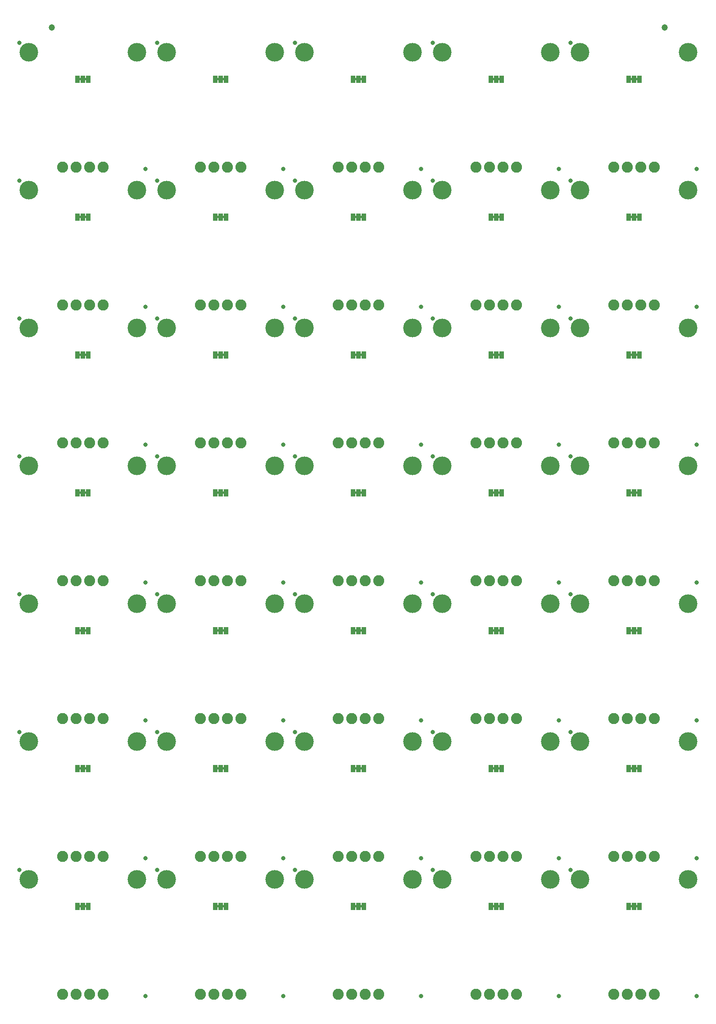
<source format=gbs>
G04 EAGLE Gerber RS-274X export*
G75*
%MOMM*%
%FSLAX34Y34*%
%LPD*%
%INSoldermask Bottom*%
%IPPOS*%
%AMOC8*
5,1,8,0,0,1.08239X$1,22.5*%
G01*
%ADD10C,3.505200*%
%ADD11C,0.838200*%
%ADD12C,2.082800*%
%ADD13R,0.863600X1.473200*%
%ADD14C,1.203200*%

G36*
X134050Y1730387D02*
X134050Y1730387D01*
X134116Y1730389D01*
X134159Y1730407D01*
X134206Y1730415D01*
X134263Y1730449D01*
X134323Y1730474D01*
X134358Y1730505D01*
X134399Y1730530D01*
X134441Y1730581D01*
X134489Y1730625D01*
X134511Y1730667D01*
X134540Y1730704D01*
X134561Y1730766D01*
X134592Y1730825D01*
X134600Y1730879D01*
X134612Y1730916D01*
X134611Y1730956D01*
X134619Y1731010D01*
X134619Y1733550D01*
X134608Y1733615D01*
X134606Y1733681D01*
X134588Y1733724D01*
X134580Y1733771D01*
X134546Y1733828D01*
X134521Y1733888D01*
X134490Y1733923D01*
X134465Y1733964D01*
X134414Y1734006D01*
X134370Y1734054D01*
X134328Y1734076D01*
X134291Y1734105D01*
X134229Y1734126D01*
X134170Y1734157D01*
X134116Y1734165D01*
X134079Y1734177D01*
X134039Y1734176D01*
X133985Y1734184D01*
X130175Y1734184D01*
X130110Y1734173D01*
X130044Y1734171D01*
X130001Y1734153D01*
X129954Y1734145D01*
X129897Y1734111D01*
X129837Y1734086D01*
X129802Y1734055D01*
X129761Y1734030D01*
X129720Y1733979D01*
X129671Y1733935D01*
X129649Y1733893D01*
X129620Y1733856D01*
X129599Y1733794D01*
X129568Y1733735D01*
X129560Y1733681D01*
X129548Y1733644D01*
X129548Y1733641D01*
X129549Y1733604D01*
X129541Y1733550D01*
X129541Y1731010D01*
X129552Y1730945D01*
X129554Y1730879D01*
X129572Y1730836D01*
X129580Y1730789D01*
X129614Y1730732D01*
X129639Y1730672D01*
X129670Y1730637D01*
X129695Y1730596D01*
X129746Y1730555D01*
X129790Y1730506D01*
X129832Y1730484D01*
X129869Y1730455D01*
X129931Y1730434D01*
X129990Y1730403D01*
X130044Y1730395D01*
X130081Y1730383D01*
X130121Y1730384D01*
X130175Y1730376D01*
X133985Y1730376D01*
X134050Y1730387D01*
G37*
G36*
X382970Y1730387D02*
X382970Y1730387D01*
X383036Y1730389D01*
X383079Y1730407D01*
X383126Y1730415D01*
X383183Y1730449D01*
X383243Y1730474D01*
X383278Y1730505D01*
X383319Y1730530D01*
X383361Y1730581D01*
X383409Y1730625D01*
X383431Y1730667D01*
X383460Y1730704D01*
X383481Y1730766D01*
X383512Y1730825D01*
X383520Y1730879D01*
X383532Y1730916D01*
X383531Y1730956D01*
X383539Y1731010D01*
X383539Y1733550D01*
X383528Y1733615D01*
X383526Y1733681D01*
X383508Y1733724D01*
X383500Y1733771D01*
X383466Y1733828D01*
X383441Y1733888D01*
X383410Y1733923D01*
X383385Y1733964D01*
X383334Y1734006D01*
X383290Y1734054D01*
X383248Y1734076D01*
X383211Y1734105D01*
X383149Y1734126D01*
X383090Y1734157D01*
X383036Y1734165D01*
X382999Y1734177D01*
X382959Y1734176D01*
X382905Y1734184D01*
X379095Y1734184D01*
X379030Y1734173D01*
X378964Y1734171D01*
X378921Y1734153D01*
X378874Y1734145D01*
X378817Y1734111D01*
X378757Y1734086D01*
X378722Y1734055D01*
X378681Y1734030D01*
X378640Y1733979D01*
X378591Y1733935D01*
X378569Y1733893D01*
X378540Y1733856D01*
X378519Y1733794D01*
X378488Y1733735D01*
X378480Y1733681D01*
X378468Y1733644D01*
X378468Y1733641D01*
X378469Y1733604D01*
X378461Y1733550D01*
X378461Y1731010D01*
X378472Y1730945D01*
X378474Y1730879D01*
X378492Y1730836D01*
X378500Y1730789D01*
X378534Y1730732D01*
X378559Y1730672D01*
X378590Y1730637D01*
X378615Y1730596D01*
X378666Y1730555D01*
X378710Y1730506D01*
X378752Y1730484D01*
X378789Y1730455D01*
X378851Y1730434D01*
X378910Y1730403D01*
X378964Y1730395D01*
X379001Y1730383D01*
X379041Y1730384D01*
X379095Y1730376D01*
X382905Y1730376D01*
X382970Y1730387D01*
G37*
G36*
X911290Y1730387D02*
X911290Y1730387D01*
X911356Y1730389D01*
X911399Y1730407D01*
X911446Y1730415D01*
X911503Y1730449D01*
X911563Y1730474D01*
X911598Y1730505D01*
X911639Y1730530D01*
X911681Y1730581D01*
X911729Y1730625D01*
X911751Y1730667D01*
X911780Y1730704D01*
X911801Y1730766D01*
X911832Y1730825D01*
X911840Y1730879D01*
X911852Y1730916D01*
X911851Y1730956D01*
X911859Y1731010D01*
X911859Y1733550D01*
X911848Y1733615D01*
X911846Y1733681D01*
X911828Y1733724D01*
X911820Y1733771D01*
X911786Y1733828D01*
X911761Y1733888D01*
X911730Y1733923D01*
X911705Y1733964D01*
X911654Y1734006D01*
X911610Y1734054D01*
X911568Y1734076D01*
X911531Y1734105D01*
X911469Y1734126D01*
X911410Y1734157D01*
X911356Y1734165D01*
X911319Y1734177D01*
X911279Y1734176D01*
X911225Y1734184D01*
X907415Y1734184D01*
X907350Y1734173D01*
X907284Y1734171D01*
X907241Y1734153D01*
X907194Y1734145D01*
X907137Y1734111D01*
X907077Y1734086D01*
X907042Y1734055D01*
X907001Y1734030D01*
X906960Y1733979D01*
X906911Y1733935D01*
X906889Y1733893D01*
X906860Y1733856D01*
X906839Y1733794D01*
X906808Y1733735D01*
X906800Y1733681D01*
X906788Y1733644D01*
X906788Y1733641D01*
X906789Y1733604D01*
X906781Y1733550D01*
X906781Y1731010D01*
X906792Y1730945D01*
X906794Y1730879D01*
X906812Y1730836D01*
X906820Y1730789D01*
X906854Y1730732D01*
X906879Y1730672D01*
X906910Y1730637D01*
X906935Y1730596D01*
X906986Y1730555D01*
X907030Y1730506D01*
X907072Y1730484D01*
X907109Y1730455D01*
X907171Y1730434D01*
X907230Y1730403D01*
X907284Y1730395D01*
X907321Y1730383D01*
X907361Y1730384D01*
X907415Y1730376D01*
X911225Y1730376D01*
X911290Y1730387D01*
G37*
G36*
X1170370Y1730387D02*
X1170370Y1730387D01*
X1170436Y1730389D01*
X1170479Y1730407D01*
X1170526Y1730415D01*
X1170583Y1730449D01*
X1170643Y1730474D01*
X1170678Y1730505D01*
X1170719Y1730530D01*
X1170761Y1730581D01*
X1170809Y1730625D01*
X1170831Y1730667D01*
X1170860Y1730704D01*
X1170881Y1730766D01*
X1170912Y1730825D01*
X1170920Y1730879D01*
X1170932Y1730916D01*
X1170931Y1730956D01*
X1170939Y1731010D01*
X1170939Y1733550D01*
X1170928Y1733615D01*
X1170926Y1733681D01*
X1170908Y1733724D01*
X1170900Y1733771D01*
X1170866Y1733828D01*
X1170841Y1733888D01*
X1170810Y1733923D01*
X1170785Y1733964D01*
X1170734Y1734006D01*
X1170690Y1734054D01*
X1170648Y1734076D01*
X1170611Y1734105D01*
X1170549Y1734126D01*
X1170490Y1734157D01*
X1170436Y1734165D01*
X1170399Y1734177D01*
X1170359Y1734176D01*
X1170305Y1734184D01*
X1166495Y1734184D01*
X1166430Y1734173D01*
X1166364Y1734171D01*
X1166321Y1734153D01*
X1166274Y1734145D01*
X1166217Y1734111D01*
X1166157Y1734086D01*
X1166122Y1734055D01*
X1166081Y1734030D01*
X1166040Y1733979D01*
X1165991Y1733935D01*
X1165969Y1733893D01*
X1165940Y1733856D01*
X1165919Y1733794D01*
X1165888Y1733735D01*
X1165880Y1733681D01*
X1165868Y1733644D01*
X1165868Y1733641D01*
X1165869Y1733604D01*
X1165861Y1733550D01*
X1165861Y1731010D01*
X1165872Y1730945D01*
X1165874Y1730879D01*
X1165892Y1730836D01*
X1165900Y1730789D01*
X1165934Y1730732D01*
X1165959Y1730672D01*
X1165990Y1730637D01*
X1166015Y1730596D01*
X1166066Y1730555D01*
X1166110Y1730506D01*
X1166152Y1730484D01*
X1166189Y1730455D01*
X1166251Y1730434D01*
X1166310Y1730403D01*
X1166364Y1730395D01*
X1166401Y1730383D01*
X1166441Y1730384D01*
X1166495Y1730376D01*
X1170305Y1730376D01*
X1170370Y1730387D01*
G37*
G36*
X652210Y1730387D02*
X652210Y1730387D01*
X652276Y1730389D01*
X652319Y1730407D01*
X652366Y1730415D01*
X652423Y1730449D01*
X652483Y1730474D01*
X652518Y1730505D01*
X652559Y1730530D01*
X652601Y1730581D01*
X652649Y1730625D01*
X652671Y1730667D01*
X652700Y1730704D01*
X652721Y1730766D01*
X652752Y1730825D01*
X652760Y1730879D01*
X652772Y1730916D01*
X652771Y1730956D01*
X652779Y1731010D01*
X652779Y1733550D01*
X652768Y1733615D01*
X652766Y1733681D01*
X652748Y1733724D01*
X652740Y1733771D01*
X652706Y1733828D01*
X652681Y1733888D01*
X652650Y1733923D01*
X652625Y1733964D01*
X652574Y1734006D01*
X652530Y1734054D01*
X652488Y1734076D01*
X652451Y1734105D01*
X652389Y1734126D01*
X652330Y1734157D01*
X652276Y1734165D01*
X652239Y1734177D01*
X652199Y1734176D01*
X652145Y1734184D01*
X648335Y1734184D01*
X648270Y1734173D01*
X648204Y1734171D01*
X648161Y1734153D01*
X648114Y1734145D01*
X648057Y1734111D01*
X647997Y1734086D01*
X647962Y1734055D01*
X647921Y1734030D01*
X647880Y1733979D01*
X647831Y1733935D01*
X647809Y1733893D01*
X647780Y1733856D01*
X647759Y1733794D01*
X647728Y1733735D01*
X647720Y1733681D01*
X647708Y1733644D01*
X647708Y1733641D01*
X647709Y1733604D01*
X647701Y1733550D01*
X647701Y1731010D01*
X647712Y1730945D01*
X647714Y1730879D01*
X647732Y1730836D01*
X647740Y1730789D01*
X647774Y1730732D01*
X647799Y1730672D01*
X647830Y1730637D01*
X647855Y1730596D01*
X647906Y1730555D01*
X647950Y1730506D01*
X647992Y1730484D01*
X648029Y1730455D01*
X648091Y1730434D01*
X648150Y1730403D01*
X648204Y1730395D01*
X648241Y1730383D01*
X648281Y1730384D01*
X648335Y1730376D01*
X652145Y1730376D01*
X652210Y1730387D01*
G37*
G36*
X393130Y1730387D02*
X393130Y1730387D01*
X393196Y1730389D01*
X393239Y1730407D01*
X393286Y1730415D01*
X393343Y1730449D01*
X393403Y1730474D01*
X393438Y1730505D01*
X393479Y1730530D01*
X393521Y1730581D01*
X393569Y1730625D01*
X393591Y1730667D01*
X393620Y1730704D01*
X393641Y1730766D01*
X393672Y1730825D01*
X393680Y1730879D01*
X393692Y1730916D01*
X393691Y1730956D01*
X393699Y1731010D01*
X393699Y1733550D01*
X393688Y1733615D01*
X393686Y1733681D01*
X393668Y1733724D01*
X393660Y1733771D01*
X393626Y1733828D01*
X393601Y1733888D01*
X393570Y1733923D01*
X393545Y1733964D01*
X393494Y1734006D01*
X393450Y1734054D01*
X393408Y1734076D01*
X393371Y1734105D01*
X393309Y1734126D01*
X393250Y1734157D01*
X393196Y1734165D01*
X393159Y1734177D01*
X393119Y1734176D01*
X393065Y1734184D01*
X389255Y1734184D01*
X389190Y1734173D01*
X389124Y1734171D01*
X389081Y1734153D01*
X389034Y1734145D01*
X388977Y1734111D01*
X388917Y1734086D01*
X388882Y1734055D01*
X388841Y1734030D01*
X388800Y1733979D01*
X388751Y1733935D01*
X388729Y1733893D01*
X388700Y1733856D01*
X388679Y1733794D01*
X388648Y1733735D01*
X388640Y1733681D01*
X388628Y1733644D01*
X388628Y1733641D01*
X388629Y1733604D01*
X388621Y1733550D01*
X388621Y1731010D01*
X388632Y1730945D01*
X388634Y1730879D01*
X388652Y1730836D01*
X388660Y1730789D01*
X388694Y1730732D01*
X388719Y1730672D01*
X388750Y1730637D01*
X388775Y1730596D01*
X388826Y1730555D01*
X388870Y1730506D01*
X388912Y1730484D01*
X388949Y1730455D01*
X389011Y1730434D01*
X389070Y1730403D01*
X389124Y1730395D01*
X389161Y1730383D01*
X389201Y1730384D01*
X389255Y1730376D01*
X393065Y1730376D01*
X393130Y1730387D01*
G37*
G36*
X1160210Y1730387D02*
X1160210Y1730387D01*
X1160276Y1730389D01*
X1160319Y1730407D01*
X1160366Y1730415D01*
X1160423Y1730449D01*
X1160483Y1730474D01*
X1160518Y1730505D01*
X1160559Y1730530D01*
X1160601Y1730581D01*
X1160649Y1730625D01*
X1160671Y1730667D01*
X1160700Y1730704D01*
X1160721Y1730766D01*
X1160752Y1730825D01*
X1160760Y1730879D01*
X1160772Y1730916D01*
X1160771Y1730956D01*
X1160779Y1731010D01*
X1160779Y1733550D01*
X1160768Y1733615D01*
X1160766Y1733681D01*
X1160748Y1733724D01*
X1160740Y1733771D01*
X1160706Y1733828D01*
X1160681Y1733888D01*
X1160650Y1733923D01*
X1160625Y1733964D01*
X1160574Y1734006D01*
X1160530Y1734054D01*
X1160488Y1734076D01*
X1160451Y1734105D01*
X1160389Y1734126D01*
X1160330Y1734157D01*
X1160276Y1734165D01*
X1160239Y1734177D01*
X1160199Y1734176D01*
X1160145Y1734184D01*
X1156335Y1734184D01*
X1156270Y1734173D01*
X1156204Y1734171D01*
X1156161Y1734153D01*
X1156114Y1734145D01*
X1156057Y1734111D01*
X1155997Y1734086D01*
X1155962Y1734055D01*
X1155921Y1734030D01*
X1155880Y1733979D01*
X1155831Y1733935D01*
X1155809Y1733893D01*
X1155780Y1733856D01*
X1155759Y1733794D01*
X1155728Y1733735D01*
X1155720Y1733681D01*
X1155708Y1733644D01*
X1155708Y1733641D01*
X1155709Y1733604D01*
X1155701Y1733550D01*
X1155701Y1731010D01*
X1155712Y1730945D01*
X1155714Y1730879D01*
X1155732Y1730836D01*
X1155740Y1730789D01*
X1155774Y1730732D01*
X1155799Y1730672D01*
X1155830Y1730637D01*
X1155855Y1730596D01*
X1155906Y1730555D01*
X1155950Y1730506D01*
X1155992Y1730484D01*
X1156029Y1730455D01*
X1156091Y1730434D01*
X1156150Y1730403D01*
X1156204Y1730395D01*
X1156241Y1730383D01*
X1156281Y1730384D01*
X1156335Y1730376D01*
X1160145Y1730376D01*
X1160210Y1730387D01*
G37*
G36*
X901130Y1730387D02*
X901130Y1730387D01*
X901196Y1730389D01*
X901239Y1730407D01*
X901286Y1730415D01*
X901343Y1730449D01*
X901403Y1730474D01*
X901438Y1730505D01*
X901479Y1730530D01*
X901521Y1730581D01*
X901569Y1730625D01*
X901591Y1730667D01*
X901620Y1730704D01*
X901641Y1730766D01*
X901672Y1730825D01*
X901680Y1730879D01*
X901692Y1730916D01*
X901691Y1730956D01*
X901699Y1731010D01*
X901699Y1733550D01*
X901688Y1733615D01*
X901686Y1733681D01*
X901668Y1733724D01*
X901660Y1733771D01*
X901626Y1733828D01*
X901601Y1733888D01*
X901570Y1733923D01*
X901545Y1733964D01*
X901494Y1734006D01*
X901450Y1734054D01*
X901408Y1734076D01*
X901371Y1734105D01*
X901309Y1734126D01*
X901250Y1734157D01*
X901196Y1734165D01*
X901159Y1734177D01*
X901119Y1734176D01*
X901065Y1734184D01*
X897255Y1734184D01*
X897190Y1734173D01*
X897124Y1734171D01*
X897081Y1734153D01*
X897034Y1734145D01*
X896977Y1734111D01*
X896917Y1734086D01*
X896882Y1734055D01*
X896841Y1734030D01*
X896800Y1733979D01*
X896751Y1733935D01*
X896729Y1733893D01*
X896700Y1733856D01*
X896679Y1733794D01*
X896648Y1733735D01*
X896640Y1733681D01*
X896628Y1733644D01*
X896628Y1733641D01*
X896629Y1733604D01*
X896621Y1733550D01*
X896621Y1731010D01*
X896632Y1730945D01*
X896634Y1730879D01*
X896652Y1730836D01*
X896660Y1730789D01*
X896694Y1730732D01*
X896719Y1730672D01*
X896750Y1730637D01*
X896775Y1730596D01*
X896826Y1730555D01*
X896870Y1730506D01*
X896912Y1730484D01*
X896949Y1730455D01*
X897011Y1730434D01*
X897070Y1730403D01*
X897124Y1730395D01*
X897161Y1730383D01*
X897201Y1730384D01*
X897255Y1730376D01*
X901065Y1730376D01*
X901130Y1730387D01*
G37*
G36*
X123890Y1730387D02*
X123890Y1730387D01*
X123956Y1730389D01*
X123999Y1730407D01*
X124046Y1730415D01*
X124103Y1730449D01*
X124163Y1730474D01*
X124198Y1730505D01*
X124239Y1730530D01*
X124281Y1730581D01*
X124329Y1730625D01*
X124351Y1730667D01*
X124380Y1730704D01*
X124401Y1730766D01*
X124432Y1730825D01*
X124440Y1730879D01*
X124452Y1730916D01*
X124451Y1730956D01*
X124459Y1731010D01*
X124459Y1733550D01*
X124448Y1733615D01*
X124446Y1733681D01*
X124428Y1733724D01*
X124420Y1733771D01*
X124386Y1733828D01*
X124361Y1733888D01*
X124330Y1733923D01*
X124305Y1733964D01*
X124254Y1734006D01*
X124210Y1734054D01*
X124168Y1734076D01*
X124131Y1734105D01*
X124069Y1734126D01*
X124010Y1734157D01*
X123956Y1734165D01*
X123919Y1734177D01*
X123879Y1734176D01*
X123825Y1734184D01*
X120015Y1734184D01*
X119950Y1734173D01*
X119884Y1734171D01*
X119841Y1734153D01*
X119794Y1734145D01*
X119737Y1734111D01*
X119677Y1734086D01*
X119642Y1734055D01*
X119601Y1734030D01*
X119560Y1733979D01*
X119511Y1733935D01*
X119489Y1733893D01*
X119460Y1733856D01*
X119439Y1733794D01*
X119408Y1733735D01*
X119400Y1733681D01*
X119388Y1733644D01*
X119388Y1733641D01*
X119389Y1733604D01*
X119381Y1733550D01*
X119381Y1731010D01*
X119392Y1730945D01*
X119394Y1730879D01*
X119412Y1730836D01*
X119420Y1730789D01*
X119454Y1730732D01*
X119479Y1730672D01*
X119510Y1730637D01*
X119535Y1730596D01*
X119586Y1730555D01*
X119630Y1730506D01*
X119672Y1730484D01*
X119709Y1730455D01*
X119771Y1730434D01*
X119830Y1730403D01*
X119884Y1730395D01*
X119921Y1730383D01*
X119961Y1730384D01*
X120015Y1730376D01*
X123825Y1730376D01*
X123890Y1730387D01*
G37*
G36*
X642050Y1730387D02*
X642050Y1730387D01*
X642116Y1730389D01*
X642159Y1730407D01*
X642206Y1730415D01*
X642263Y1730449D01*
X642323Y1730474D01*
X642358Y1730505D01*
X642399Y1730530D01*
X642441Y1730581D01*
X642489Y1730625D01*
X642511Y1730667D01*
X642540Y1730704D01*
X642561Y1730766D01*
X642592Y1730825D01*
X642600Y1730879D01*
X642612Y1730916D01*
X642611Y1730956D01*
X642619Y1731010D01*
X642619Y1733550D01*
X642608Y1733615D01*
X642606Y1733681D01*
X642588Y1733724D01*
X642580Y1733771D01*
X642546Y1733828D01*
X642521Y1733888D01*
X642490Y1733923D01*
X642465Y1733964D01*
X642414Y1734006D01*
X642370Y1734054D01*
X642328Y1734076D01*
X642291Y1734105D01*
X642229Y1734126D01*
X642170Y1734157D01*
X642116Y1734165D01*
X642079Y1734177D01*
X642039Y1734176D01*
X641985Y1734184D01*
X638175Y1734184D01*
X638110Y1734173D01*
X638044Y1734171D01*
X638001Y1734153D01*
X637954Y1734145D01*
X637897Y1734111D01*
X637837Y1734086D01*
X637802Y1734055D01*
X637761Y1734030D01*
X637720Y1733979D01*
X637671Y1733935D01*
X637649Y1733893D01*
X637620Y1733856D01*
X637599Y1733794D01*
X637568Y1733735D01*
X637560Y1733681D01*
X637548Y1733644D01*
X637548Y1733641D01*
X637549Y1733604D01*
X637541Y1733550D01*
X637541Y1731010D01*
X637552Y1730945D01*
X637554Y1730879D01*
X637572Y1730836D01*
X637580Y1730789D01*
X637614Y1730732D01*
X637639Y1730672D01*
X637670Y1730637D01*
X637695Y1730596D01*
X637746Y1730555D01*
X637790Y1730506D01*
X637832Y1730484D01*
X637869Y1730455D01*
X637931Y1730434D01*
X637990Y1730403D01*
X638044Y1730395D01*
X638081Y1730383D01*
X638121Y1730384D01*
X638175Y1730376D01*
X641985Y1730376D01*
X642050Y1730387D01*
G37*
G36*
X123890Y1471307D02*
X123890Y1471307D01*
X123956Y1471309D01*
X123999Y1471327D01*
X124046Y1471335D01*
X124103Y1471369D01*
X124163Y1471394D01*
X124198Y1471425D01*
X124239Y1471450D01*
X124281Y1471501D01*
X124329Y1471545D01*
X124351Y1471587D01*
X124380Y1471624D01*
X124401Y1471686D01*
X124432Y1471745D01*
X124440Y1471799D01*
X124452Y1471836D01*
X124451Y1471876D01*
X124459Y1471930D01*
X124459Y1474470D01*
X124448Y1474535D01*
X124446Y1474601D01*
X124428Y1474644D01*
X124420Y1474691D01*
X124386Y1474748D01*
X124361Y1474808D01*
X124330Y1474843D01*
X124305Y1474884D01*
X124254Y1474926D01*
X124210Y1474974D01*
X124168Y1474996D01*
X124131Y1475025D01*
X124069Y1475046D01*
X124010Y1475077D01*
X123956Y1475085D01*
X123919Y1475097D01*
X123879Y1475096D01*
X123825Y1475104D01*
X120015Y1475104D01*
X119950Y1475093D01*
X119884Y1475091D01*
X119841Y1475073D01*
X119794Y1475065D01*
X119737Y1475031D01*
X119677Y1475006D01*
X119642Y1474975D01*
X119601Y1474950D01*
X119560Y1474899D01*
X119511Y1474855D01*
X119489Y1474813D01*
X119460Y1474776D01*
X119439Y1474714D01*
X119408Y1474655D01*
X119400Y1474601D01*
X119388Y1474564D01*
X119388Y1474561D01*
X119389Y1474524D01*
X119381Y1474470D01*
X119381Y1471930D01*
X119392Y1471865D01*
X119394Y1471799D01*
X119412Y1471756D01*
X119420Y1471709D01*
X119454Y1471652D01*
X119479Y1471592D01*
X119510Y1471557D01*
X119535Y1471516D01*
X119586Y1471475D01*
X119630Y1471426D01*
X119672Y1471404D01*
X119709Y1471375D01*
X119771Y1471354D01*
X119830Y1471323D01*
X119884Y1471315D01*
X119921Y1471303D01*
X119961Y1471304D01*
X120015Y1471296D01*
X123825Y1471296D01*
X123890Y1471307D01*
G37*
G36*
X1170370Y1471307D02*
X1170370Y1471307D01*
X1170436Y1471309D01*
X1170479Y1471327D01*
X1170526Y1471335D01*
X1170583Y1471369D01*
X1170643Y1471394D01*
X1170678Y1471425D01*
X1170719Y1471450D01*
X1170761Y1471501D01*
X1170809Y1471545D01*
X1170831Y1471587D01*
X1170860Y1471624D01*
X1170881Y1471686D01*
X1170912Y1471745D01*
X1170920Y1471799D01*
X1170932Y1471836D01*
X1170931Y1471876D01*
X1170939Y1471930D01*
X1170939Y1474470D01*
X1170928Y1474535D01*
X1170926Y1474601D01*
X1170908Y1474644D01*
X1170900Y1474691D01*
X1170866Y1474748D01*
X1170841Y1474808D01*
X1170810Y1474843D01*
X1170785Y1474884D01*
X1170734Y1474926D01*
X1170690Y1474974D01*
X1170648Y1474996D01*
X1170611Y1475025D01*
X1170549Y1475046D01*
X1170490Y1475077D01*
X1170436Y1475085D01*
X1170399Y1475097D01*
X1170359Y1475096D01*
X1170305Y1475104D01*
X1166495Y1475104D01*
X1166430Y1475093D01*
X1166364Y1475091D01*
X1166321Y1475073D01*
X1166274Y1475065D01*
X1166217Y1475031D01*
X1166157Y1475006D01*
X1166122Y1474975D01*
X1166081Y1474950D01*
X1166040Y1474899D01*
X1165991Y1474855D01*
X1165969Y1474813D01*
X1165940Y1474776D01*
X1165919Y1474714D01*
X1165888Y1474655D01*
X1165880Y1474601D01*
X1165868Y1474564D01*
X1165868Y1474561D01*
X1165869Y1474524D01*
X1165861Y1474470D01*
X1165861Y1471930D01*
X1165872Y1471865D01*
X1165874Y1471799D01*
X1165892Y1471756D01*
X1165900Y1471709D01*
X1165934Y1471652D01*
X1165959Y1471592D01*
X1165990Y1471557D01*
X1166015Y1471516D01*
X1166066Y1471475D01*
X1166110Y1471426D01*
X1166152Y1471404D01*
X1166189Y1471375D01*
X1166251Y1471354D01*
X1166310Y1471323D01*
X1166364Y1471315D01*
X1166401Y1471303D01*
X1166441Y1471304D01*
X1166495Y1471296D01*
X1170305Y1471296D01*
X1170370Y1471307D01*
G37*
G36*
X642050Y1471307D02*
X642050Y1471307D01*
X642116Y1471309D01*
X642159Y1471327D01*
X642206Y1471335D01*
X642263Y1471369D01*
X642323Y1471394D01*
X642358Y1471425D01*
X642399Y1471450D01*
X642441Y1471501D01*
X642489Y1471545D01*
X642511Y1471587D01*
X642540Y1471624D01*
X642561Y1471686D01*
X642592Y1471745D01*
X642600Y1471799D01*
X642612Y1471836D01*
X642611Y1471876D01*
X642619Y1471930D01*
X642619Y1474470D01*
X642608Y1474535D01*
X642606Y1474601D01*
X642588Y1474644D01*
X642580Y1474691D01*
X642546Y1474748D01*
X642521Y1474808D01*
X642490Y1474843D01*
X642465Y1474884D01*
X642414Y1474926D01*
X642370Y1474974D01*
X642328Y1474996D01*
X642291Y1475025D01*
X642229Y1475046D01*
X642170Y1475077D01*
X642116Y1475085D01*
X642079Y1475097D01*
X642039Y1475096D01*
X641985Y1475104D01*
X638175Y1475104D01*
X638110Y1475093D01*
X638044Y1475091D01*
X638001Y1475073D01*
X637954Y1475065D01*
X637897Y1475031D01*
X637837Y1475006D01*
X637802Y1474975D01*
X637761Y1474950D01*
X637720Y1474899D01*
X637671Y1474855D01*
X637649Y1474813D01*
X637620Y1474776D01*
X637599Y1474714D01*
X637568Y1474655D01*
X637560Y1474601D01*
X637548Y1474564D01*
X637548Y1474561D01*
X637549Y1474524D01*
X637541Y1474470D01*
X637541Y1471930D01*
X637552Y1471865D01*
X637554Y1471799D01*
X637572Y1471756D01*
X637580Y1471709D01*
X637614Y1471652D01*
X637639Y1471592D01*
X637670Y1471557D01*
X637695Y1471516D01*
X637746Y1471475D01*
X637790Y1471426D01*
X637832Y1471404D01*
X637869Y1471375D01*
X637931Y1471354D01*
X637990Y1471323D01*
X638044Y1471315D01*
X638081Y1471303D01*
X638121Y1471304D01*
X638175Y1471296D01*
X641985Y1471296D01*
X642050Y1471307D01*
G37*
G36*
X652210Y1471307D02*
X652210Y1471307D01*
X652276Y1471309D01*
X652319Y1471327D01*
X652366Y1471335D01*
X652423Y1471369D01*
X652483Y1471394D01*
X652518Y1471425D01*
X652559Y1471450D01*
X652601Y1471501D01*
X652649Y1471545D01*
X652671Y1471587D01*
X652700Y1471624D01*
X652721Y1471686D01*
X652752Y1471745D01*
X652760Y1471799D01*
X652772Y1471836D01*
X652771Y1471876D01*
X652779Y1471930D01*
X652779Y1474470D01*
X652768Y1474535D01*
X652766Y1474601D01*
X652748Y1474644D01*
X652740Y1474691D01*
X652706Y1474748D01*
X652681Y1474808D01*
X652650Y1474843D01*
X652625Y1474884D01*
X652574Y1474926D01*
X652530Y1474974D01*
X652488Y1474996D01*
X652451Y1475025D01*
X652389Y1475046D01*
X652330Y1475077D01*
X652276Y1475085D01*
X652239Y1475097D01*
X652199Y1475096D01*
X652145Y1475104D01*
X648335Y1475104D01*
X648270Y1475093D01*
X648204Y1475091D01*
X648161Y1475073D01*
X648114Y1475065D01*
X648057Y1475031D01*
X647997Y1475006D01*
X647962Y1474975D01*
X647921Y1474950D01*
X647880Y1474899D01*
X647831Y1474855D01*
X647809Y1474813D01*
X647780Y1474776D01*
X647759Y1474714D01*
X647728Y1474655D01*
X647720Y1474601D01*
X647708Y1474564D01*
X647708Y1474561D01*
X647709Y1474524D01*
X647701Y1474470D01*
X647701Y1471930D01*
X647712Y1471865D01*
X647714Y1471799D01*
X647732Y1471756D01*
X647740Y1471709D01*
X647774Y1471652D01*
X647799Y1471592D01*
X647830Y1471557D01*
X647855Y1471516D01*
X647906Y1471475D01*
X647950Y1471426D01*
X647992Y1471404D01*
X648029Y1471375D01*
X648091Y1471354D01*
X648150Y1471323D01*
X648204Y1471315D01*
X648241Y1471303D01*
X648281Y1471304D01*
X648335Y1471296D01*
X652145Y1471296D01*
X652210Y1471307D01*
G37*
G36*
X382970Y1471307D02*
X382970Y1471307D01*
X383036Y1471309D01*
X383079Y1471327D01*
X383126Y1471335D01*
X383183Y1471369D01*
X383243Y1471394D01*
X383278Y1471425D01*
X383319Y1471450D01*
X383361Y1471501D01*
X383409Y1471545D01*
X383431Y1471587D01*
X383460Y1471624D01*
X383481Y1471686D01*
X383512Y1471745D01*
X383520Y1471799D01*
X383532Y1471836D01*
X383531Y1471876D01*
X383539Y1471930D01*
X383539Y1474470D01*
X383528Y1474535D01*
X383526Y1474601D01*
X383508Y1474644D01*
X383500Y1474691D01*
X383466Y1474748D01*
X383441Y1474808D01*
X383410Y1474843D01*
X383385Y1474884D01*
X383334Y1474926D01*
X383290Y1474974D01*
X383248Y1474996D01*
X383211Y1475025D01*
X383149Y1475046D01*
X383090Y1475077D01*
X383036Y1475085D01*
X382999Y1475097D01*
X382959Y1475096D01*
X382905Y1475104D01*
X379095Y1475104D01*
X379030Y1475093D01*
X378964Y1475091D01*
X378921Y1475073D01*
X378874Y1475065D01*
X378817Y1475031D01*
X378757Y1475006D01*
X378722Y1474975D01*
X378681Y1474950D01*
X378640Y1474899D01*
X378591Y1474855D01*
X378569Y1474813D01*
X378540Y1474776D01*
X378519Y1474714D01*
X378488Y1474655D01*
X378480Y1474601D01*
X378468Y1474564D01*
X378468Y1474561D01*
X378469Y1474524D01*
X378461Y1474470D01*
X378461Y1471930D01*
X378472Y1471865D01*
X378474Y1471799D01*
X378492Y1471756D01*
X378500Y1471709D01*
X378534Y1471652D01*
X378559Y1471592D01*
X378590Y1471557D01*
X378615Y1471516D01*
X378666Y1471475D01*
X378710Y1471426D01*
X378752Y1471404D01*
X378789Y1471375D01*
X378851Y1471354D01*
X378910Y1471323D01*
X378964Y1471315D01*
X379001Y1471303D01*
X379041Y1471304D01*
X379095Y1471296D01*
X382905Y1471296D01*
X382970Y1471307D01*
G37*
G36*
X911290Y1471307D02*
X911290Y1471307D01*
X911356Y1471309D01*
X911399Y1471327D01*
X911446Y1471335D01*
X911503Y1471369D01*
X911563Y1471394D01*
X911598Y1471425D01*
X911639Y1471450D01*
X911681Y1471501D01*
X911729Y1471545D01*
X911751Y1471587D01*
X911780Y1471624D01*
X911801Y1471686D01*
X911832Y1471745D01*
X911840Y1471799D01*
X911852Y1471836D01*
X911851Y1471876D01*
X911859Y1471930D01*
X911859Y1474470D01*
X911848Y1474535D01*
X911846Y1474601D01*
X911828Y1474644D01*
X911820Y1474691D01*
X911786Y1474748D01*
X911761Y1474808D01*
X911730Y1474843D01*
X911705Y1474884D01*
X911654Y1474926D01*
X911610Y1474974D01*
X911568Y1474996D01*
X911531Y1475025D01*
X911469Y1475046D01*
X911410Y1475077D01*
X911356Y1475085D01*
X911319Y1475097D01*
X911279Y1475096D01*
X911225Y1475104D01*
X907415Y1475104D01*
X907350Y1475093D01*
X907284Y1475091D01*
X907241Y1475073D01*
X907194Y1475065D01*
X907137Y1475031D01*
X907077Y1475006D01*
X907042Y1474975D01*
X907001Y1474950D01*
X906960Y1474899D01*
X906911Y1474855D01*
X906889Y1474813D01*
X906860Y1474776D01*
X906839Y1474714D01*
X906808Y1474655D01*
X906800Y1474601D01*
X906788Y1474564D01*
X906788Y1474561D01*
X906789Y1474524D01*
X906781Y1474470D01*
X906781Y1471930D01*
X906792Y1471865D01*
X906794Y1471799D01*
X906812Y1471756D01*
X906820Y1471709D01*
X906854Y1471652D01*
X906879Y1471592D01*
X906910Y1471557D01*
X906935Y1471516D01*
X906986Y1471475D01*
X907030Y1471426D01*
X907072Y1471404D01*
X907109Y1471375D01*
X907171Y1471354D01*
X907230Y1471323D01*
X907284Y1471315D01*
X907321Y1471303D01*
X907361Y1471304D01*
X907415Y1471296D01*
X911225Y1471296D01*
X911290Y1471307D01*
G37*
G36*
X901130Y1471307D02*
X901130Y1471307D01*
X901196Y1471309D01*
X901239Y1471327D01*
X901286Y1471335D01*
X901343Y1471369D01*
X901403Y1471394D01*
X901438Y1471425D01*
X901479Y1471450D01*
X901521Y1471501D01*
X901569Y1471545D01*
X901591Y1471587D01*
X901620Y1471624D01*
X901641Y1471686D01*
X901672Y1471745D01*
X901680Y1471799D01*
X901692Y1471836D01*
X901691Y1471876D01*
X901699Y1471930D01*
X901699Y1474470D01*
X901688Y1474535D01*
X901686Y1474601D01*
X901668Y1474644D01*
X901660Y1474691D01*
X901626Y1474748D01*
X901601Y1474808D01*
X901570Y1474843D01*
X901545Y1474884D01*
X901494Y1474926D01*
X901450Y1474974D01*
X901408Y1474996D01*
X901371Y1475025D01*
X901309Y1475046D01*
X901250Y1475077D01*
X901196Y1475085D01*
X901159Y1475097D01*
X901119Y1475096D01*
X901065Y1475104D01*
X897255Y1475104D01*
X897190Y1475093D01*
X897124Y1475091D01*
X897081Y1475073D01*
X897034Y1475065D01*
X896977Y1475031D01*
X896917Y1475006D01*
X896882Y1474975D01*
X896841Y1474950D01*
X896800Y1474899D01*
X896751Y1474855D01*
X896729Y1474813D01*
X896700Y1474776D01*
X896679Y1474714D01*
X896648Y1474655D01*
X896640Y1474601D01*
X896628Y1474564D01*
X896628Y1474561D01*
X896629Y1474524D01*
X896621Y1474470D01*
X896621Y1471930D01*
X896632Y1471865D01*
X896634Y1471799D01*
X896652Y1471756D01*
X896660Y1471709D01*
X896694Y1471652D01*
X896719Y1471592D01*
X896750Y1471557D01*
X896775Y1471516D01*
X896826Y1471475D01*
X896870Y1471426D01*
X896912Y1471404D01*
X896949Y1471375D01*
X897011Y1471354D01*
X897070Y1471323D01*
X897124Y1471315D01*
X897161Y1471303D01*
X897201Y1471304D01*
X897255Y1471296D01*
X901065Y1471296D01*
X901130Y1471307D01*
G37*
G36*
X1160210Y1471307D02*
X1160210Y1471307D01*
X1160276Y1471309D01*
X1160319Y1471327D01*
X1160366Y1471335D01*
X1160423Y1471369D01*
X1160483Y1471394D01*
X1160518Y1471425D01*
X1160559Y1471450D01*
X1160601Y1471501D01*
X1160649Y1471545D01*
X1160671Y1471587D01*
X1160700Y1471624D01*
X1160721Y1471686D01*
X1160752Y1471745D01*
X1160760Y1471799D01*
X1160772Y1471836D01*
X1160771Y1471876D01*
X1160779Y1471930D01*
X1160779Y1474470D01*
X1160768Y1474535D01*
X1160766Y1474601D01*
X1160748Y1474644D01*
X1160740Y1474691D01*
X1160706Y1474748D01*
X1160681Y1474808D01*
X1160650Y1474843D01*
X1160625Y1474884D01*
X1160574Y1474926D01*
X1160530Y1474974D01*
X1160488Y1474996D01*
X1160451Y1475025D01*
X1160389Y1475046D01*
X1160330Y1475077D01*
X1160276Y1475085D01*
X1160239Y1475097D01*
X1160199Y1475096D01*
X1160145Y1475104D01*
X1156335Y1475104D01*
X1156270Y1475093D01*
X1156204Y1475091D01*
X1156161Y1475073D01*
X1156114Y1475065D01*
X1156057Y1475031D01*
X1155997Y1475006D01*
X1155962Y1474975D01*
X1155921Y1474950D01*
X1155880Y1474899D01*
X1155831Y1474855D01*
X1155809Y1474813D01*
X1155780Y1474776D01*
X1155759Y1474714D01*
X1155728Y1474655D01*
X1155720Y1474601D01*
X1155708Y1474564D01*
X1155708Y1474561D01*
X1155709Y1474524D01*
X1155701Y1474470D01*
X1155701Y1471930D01*
X1155712Y1471865D01*
X1155714Y1471799D01*
X1155732Y1471756D01*
X1155740Y1471709D01*
X1155774Y1471652D01*
X1155799Y1471592D01*
X1155830Y1471557D01*
X1155855Y1471516D01*
X1155906Y1471475D01*
X1155950Y1471426D01*
X1155992Y1471404D01*
X1156029Y1471375D01*
X1156091Y1471354D01*
X1156150Y1471323D01*
X1156204Y1471315D01*
X1156241Y1471303D01*
X1156281Y1471304D01*
X1156335Y1471296D01*
X1160145Y1471296D01*
X1160210Y1471307D01*
G37*
G36*
X134050Y1471307D02*
X134050Y1471307D01*
X134116Y1471309D01*
X134159Y1471327D01*
X134206Y1471335D01*
X134263Y1471369D01*
X134323Y1471394D01*
X134358Y1471425D01*
X134399Y1471450D01*
X134441Y1471501D01*
X134489Y1471545D01*
X134511Y1471587D01*
X134540Y1471624D01*
X134561Y1471686D01*
X134592Y1471745D01*
X134600Y1471799D01*
X134612Y1471836D01*
X134611Y1471876D01*
X134619Y1471930D01*
X134619Y1474470D01*
X134608Y1474535D01*
X134606Y1474601D01*
X134588Y1474644D01*
X134580Y1474691D01*
X134546Y1474748D01*
X134521Y1474808D01*
X134490Y1474843D01*
X134465Y1474884D01*
X134414Y1474926D01*
X134370Y1474974D01*
X134328Y1474996D01*
X134291Y1475025D01*
X134229Y1475046D01*
X134170Y1475077D01*
X134116Y1475085D01*
X134079Y1475097D01*
X134039Y1475096D01*
X133985Y1475104D01*
X130175Y1475104D01*
X130110Y1475093D01*
X130044Y1475091D01*
X130001Y1475073D01*
X129954Y1475065D01*
X129897Y1475031D01*
X129837Y1475006D01*
X129802Y1474975D01*
X129761Y1474950D01*
X129720Y1474899D01*
X129671Y1474855D01*
X129649Y1474813D01*
X129620Y1474776D01*
X129599Y1474714D01*
X129568Y1474655D01*
X129560Y1474601D01*
X129548Y1474564D01*
X129548Y1474561D01*
X129549Y1474524D01*
X129541Y1474470D01*
X129541Y1471930D01*
X129552Y1471865D01*
X129554Y1471799D01*
X129572Y1471756D01*
X129580Y1471709D01*
X129614Y1471652D01*
X129639Y1471592D01*
X129670Y1471557D01*
X129695Y1471516D01*
X129746Y1471475D01*
X129790Y1471426D01*
X129832Y1471404D01*
X129869Y1471375D01*
X129931Y1471354D01*
X129990Y1471323D01*
X130044Y1471315D01*
X130081Y1471303D01*
X130121Y1471304D01*
X130175Y1471296D01*
X133985Y1471296D01*
X134050Y1471307D01*
G37*
G36*
X393130Y1471307D02*
X393130Y1471307D01*
X393196Y1471309D01*
X393239Y1471327D01*
X393286Y1471335D01*
X393343Y1471369D01*
X393403Y1471394D01*
X393438Y1471425D01*
X393479Y1471450D01*
X393521Y1471501D01*
X393569Y1471545D01*
X393591Y1471587D01*
X393620Y1471624D01*
X393641Y1471686D01*
X393672Y1471745D01*
X393680Y1471799D01*
X393692Y1471836D01*
X393691Y1471876D01*
X393699Y1471930D01*
X393699Y1474470D01*
X393688Y1474535D01*
X393686Y1474601D01*
X393668Y1474644D01*
X393660Y1474691D01*
X393626Y1474748D01*
X393601Y1474808D01*
X393570Y1474843D01*
X393545Y1474884D01*
X393494Y1474926D01*
X393450Y1474974D01*
X393408Y1474996D01*
X393371Y1475025D01*
X393309Y1475046D01*
X393250Y1475077D01*
X393196Y1475085D01*
X393159Y1475097D01*
X393119Y1475096D01*
X393065Y1475104D01*
X389255Y1475104D01*
X389190Y1475093D01*
X389124Y1475091D01*
X389081Y1475073D01*
X389034Y1475065D01*
X388977Y1475031D01*
X388917Y1475006D01*
X388882Y1474975D01*
X388841Y1474950D01*
X388800Y1474899D01*
X388751Y1474855D01*
X388729Y1474813D01*
X388700Y1474776D01*
X388679Y1474714D01*
X388648Y1474655D01*
X388640Y1474601D01*
X388628Y1474564D01*
X388628Y1474561D01*
X388629Y1474524D01*
X388621Y1474470D01*
X388621Y1471930D01*
X388632Y1471865D01*
X388634Y1471799D01*
X388652Y1471756D01*
X388660Y1471709D01*
X388694Y1471652D01*
X388719Y1471592D01*
X388750Y1471557D01*
X388775Y1471516D01*
X388826Y1471475D01*
X388870Y1471426D01*
X388912Y1471404D01*
X388949Y1471375D01*
X389011Y1471354D01*
X389070Y1471323D01*
X389124Y1471315D01*
X389161Y1471303D01*
X389201Y1471304D01*
X389255Y1471296D01*
X393065Y1471296D01*
X393130Y1471307D01*
G37*
G36*
X1160210Y694067D02*
X1160210Y694067D01*
X1160276Y694069D01*
X1160319Y694087D01*
X1160366Y694095D01*
X1160423Y694129D01*
X1160483Y694154D01*
X1160518Y694185D01*
X1160559Y694210D01*
X1160601Y694261D01*
X1160649Y694305D01*
X1160671Y694347D01*
X1160700Y694384D01*
X1160721Y694446D01*
X1160752Y694505D01*
X1160760Y694559D01*
X1160772Y694596D01*
X1160771Y694636D01*
X1160779Y694690D01*
X1160779Y697230D01*
X1160768Y697295D01*
X1160766Y697361D01*
X1160748Y697404D01*
X1160740Y697451D01*
X1160706Y697508D01*
X1160681Y697568D01*
X1160650Y697603D01*
X1160625Y697644D01*
X1160574Y697686D01*
X1160530Y697734D01*
X1160488Y697756D01*
X1160451Y697785D01*
X1160389Y697806D01*
X1160330Y697837D01*
X1160276Y697845D01*
X1160239Y697857D01*
X1160199Y697856D01*
X1160145Y697864D01*
X1156335Y697864D01*
X1156270Y697853D01*
X1156204Y697851D01*
X1156161Y697833D01*
X1156114Y697825D01*
X1156057Y697791D01*
X1155997Y697766D01*
X1155962Y697735D01*
X1155921Y697710D01*
X1155880Y697659D01*
X1155831Y697615D01*
X1155809Y697573D01*
X1155780Y697536D01*
X1155759Y697474D01*
X1155728Y697415D01*
X1155720Y697361D01*
X1155708Y697324D01*
X1155708Y697321D01*
X1155709Y697284D01*
X1155701Y697230D01*
X1155701Y694690D01*
X1155712Y694625D01*
X1155714Y694559D01*
X1155732Y694516D01*
X1155740Y694469D01*
X1155774Y694412D01*
X1155799Y694352D01*
X1155830Y694317D01*
X1155855Y694276D01*
X1155906Y694235D01*
X1155950Y694186D01*
X1155992Y694164D01*
X1156029Y694135D01*
X1156091Y694114D01*
X1156150Y694083D01*
X1156204Y694075D01*
X1156241Y694063D01*
X1156281Y694064D01*
X1156335Y694056D01*
X1160145Y694056D01*
X1160210Y694067D01*
G37*
G36*
X652210Y694067D02*
X652210Y694067D01*
X652276Y694069D01*
X652319Y694087D01*
X652366Y694095D01*
X652423Y694129D01*
X652483Y694154D01*
X652518Y694185D01*
X652559Y694210D01*
X652601Y694261D01*
X652649Y694305D01*
X652671Y694347D01*
X652700Y694384D01*
X652721Y694446D01*
X652752Y694505D01*
X652760Y694559D01*
X652772Y694596D01*
X652771Y694636D01*
X652779Y694690D01*
X652779Y697230D01*
X652768Y697295D01*
X652766Y697361D01*
X652748Y697404D01*
X652740Y697451D01*
X652706Y697508D01*
X652681Y697568D01*
X652650Y697603D01*
X652625Y697644D01*
X652574Y697686D01*
X652530Y697734D01*
X652488Y697756D01*
X652451Y697785D01*
X652389Y697806D01*
X652330Y697837D01*
X652276Y697845D01*
X652239Y697857D01*
X652199Y697856D01*
X652145Y697864D01*
X648335Y697864D01*
X648270Y697853D01*
X648204Y697851D01*
X648161Y697833D01*
X648114Y697825D01*
X648057Y697791D01*
X647997Y697766D01*
X647962Y697735D01*
X647921Y697710D01*
X647880Y697659D01*
X647831Y697615D01*
X647809Y697573D01*
X647780Y697536D01*
X647759Y697474D01*
X647728Y697415D01*
X647720Y697361D01*
X647708Y697324D01*
X647708Y697321D01*
X647709Y697284D01*
X647701Y697230D01*
X647701Y694690D01*
X647712Y694625D01*
X647714Y694559D01*
X647732Y694516D01*
X647740Y694469D01*
X647774Y694412D01*
X647799Y694352D01*
X647830Y694317D01*
X647855Y694276D01*
X647906Y694235D01*
X647950Y694186D01*
X647992Y694164D01*
X648029Y694135D01*
X648091Y694114D01*
X648150Y694083D01*
X648204Y694075D01*
X648241Y694063D01*
X648281Y694064D01*
X648335Y694056D01*
X652145Y694056D01*
X652210Y694067D01*
G37*
G36*
X393130Y694067D02*
X393130Y694067D01*
X393196Y694069D01*
X393239Y694087D01*
X393286Y694095D01*
X393343Y694129D01*
X393403Y694154D01*
X393438Y694185D01*
X393479Y694210D01*
X393521Y694261D01*
X393569Y694305D01*
X393591Y694347D01*
X393620Y694384D01*
X393641Y694446D01*
X393672Y694505D01*
X393680Y694559D01*
X393692Y694596D01*
X393691Y694636D01*
X393699Y694690D01*
X393699Y697230D01*
X393688Y697295D01*
X393686Y697361D01*
X393668Y697404D01*
X393660Y697451D01*
X393626Y697508D01*
X393601Y697568D01*
X393570Y697603D01*
X393545Y697644D01*
X393494Y697686D01*
X393450Y697734D01*
X393408Y697756D01*
X393371Y697785D01*
X393309Y697806D01*
X393250Y697837D01*
X393196Y697845D01*
X393159Y697857D01*
X393119Y697856D01*
X393065Y697864D01*
X389255Y697864D01*
X389190Y697853D01*
X389124Y697851D01*
X389081Y697833D01*
X389034Y697825D01*
X388977Y697791D01*
X388917Y697766D01*
X388882Y697735D01*
X388841Y697710D01*
X388800Y697659D01*
X388751Y697615D01*
X388729Y697573D01*
X388700Y697536D01*
X388679Y697474D01*
X388648Y697415D01*
X388640Y697361D01*
X388628Y697324D01*
X388628Y697321D01*
X388629Y697284D01*
X388621Y697230D01*
X388621Y694690D01*
X388632Y694625D01*
X388634Y694559D01*
X388652Y694516D01*
X388660Y694469D01*
X388694Y694412D01*
X388719Y694352D01*
X388750Y694317D01*
X388775Y694276D01*
X388826Y694235D01*
X388870Y694186D01*
X388912Y694164D01*
X388949Y694135D01*
X389011Y694114D01*
X389070Y694083D01*
X389124Y694075D01*
X389161Y694063D01*
X389201Y694064D01*
X389255Y694056D01*
X393065Y694056D01*
X393130Y694067D01*
G37*
G36*
X382970Y694067D02*
X382970Y694067D01*
X383036Y694069D01*
X383079Y694087D01*
X383126Y694095D01*
X383183Y694129D01*
X383243Y694154D01*
X383278Y694185D01*
X383319Y694210D01*
X383361Y694261D01*
X383409Y694305D01*
X383431Y694347D01*
X383460Y694384D01*
X383481Y694446D01*
X383512Y694505D01*
X383520Y694559D01*
X383532Y694596D01*
X383531Y694636D01*
X383539Y694690D01*
X383539Y697230D01*
X383528Y697295D01*
X383526Y697361D01*
X383508Y697404D01*
X383500Y697451D01*
X383466Y697508D01*
X383441Y697568D01*
X383410Y697603D01*
X383385Y697644D01*
X383334Y697686D01*
X383290Y697734D01*
X383248Y697756D01*
X383211Y697785D01*
X383149Y697806D01*
X383090Y697837D01*
X383036Y697845D01*
X382999Y697857D01*
X382959Y697856D01*
X382905Y697864D01*
X379095Y697864D01*
X379030Y697853D01*
X378964Y697851D01*
X378921Y697833D01*
X378874Y697825D01*
X378817Y697791D01*
X378757Y697766D01*
X378722Y697735D01*
X378681Y697710D01*
X378640Y697659D01*
X378591Y697615D01*
X378569Y697573D01*
X378540Y697536D01*
X378519Y697474D01*
X378488Y697415D01*
X378480Y697361D01*
X378468Y697324D01*
X378468Y697321D01*
X378469Y697284D01*
X378461Y697230D01*
X378461Y694690D01*
X378472Y694625D01*
X378474Y694559D01*
X378492Y694516D01*
X378500Y694469D01*
X378534Y694412D01*
X378559Y694352D01*
X378590Y694317D01*
X378615Y694276D01*
X378666Y694235D01*
X378710Y694186D01*
X378752Y694164D01*
X378789Y694135D01*
X378851Y694114D01*
X378910Y694083D01*
X378964Y694075D01*
X379001Y694063D01*
X379041Y694064D01*
X379095Y694056D01*
X382905Y694056D01*
X382970Y694067D01*
G37*
G36*
X901130Y694067D02*
X901130Y694067D01*
X901196Y694069D01*
X901239Y694087D01*
X901286Y694095D01*
X901343Y694129D01*
X901403Y694154D01*
X901438Y694185D01*
X901479Y694210D01*
X901521Y694261D01*
X901569Y694305D01*
X901591Y694347D01*
X901620Y694384D01*
X901641Y694446D01*
X901672Y694505D01*
X901680Y694559D01*
X901692Y694596D01*
X901691Y694636D01*
X901699Y694690D01*
X901699Y697230D01*
X901688Y697295D01*
X901686Y697361D01*
X901668Y697404D01*
X901660Y697451D01*
X901626Y697508D01*
X901601Y697568D01*
X901570Y697603D01*
X901545Y697644D01*
X901494Y697686D01*
X901450Y697734D01*
X901408Y697756D01*
X901371Y697785D01*
X901309Y697806D01*
X901250Y697837D01*
X901196Y697845D01*
X901159Y697857D01*
X901119Y697856D01*
X901065Y697864D01*
X897255Y697864D01*
X897190Y697853D01*
X897124Y697851D01*
X897081Y697833D01*
X897034Y697825D01*
X896977Y697791D01*
X896917Y697766D01*
X896882Y697735D01*
X896841Y697710D01*
X896800Y697659D01*
X896751Y697615D01*
X896729Y697573D01*
X896700Y697536D01*
X896679Y697474D01*
X896648Y697415D01*
X896640Y697361D01*
X896628Y697324D01*
X896628Y697321D01*
X896629Y697284D01*
X896621Y697230D01*
X896621Y694690D01*
X896632Y694625D01*
X896634Y694559D01*
X896652Y694516D01*
X896660Y694469D01*
X896694Y694412D01*
X896719Y694352D01*
X896750Y694317D01*
X896775Y694276D01*
X896826Y694235D01*
X896870Y694186D01*
X896912Y694164D01*
X896949Y694135D01*
X897011Y694114D01*
X897070Y694083D01*
X897124Y694075D01*
X897161Y694063D01*
X897201Y694064D01*
X897255Y694056D01*
X901065Y694056D01*
X901130Y694067D01*
G37*
G36*
X911290Y694067D02*
X911290Y694067D01*
X911356Y694069D01*
X911399Y694087D01*
X911446Y694095D01*
X911503Y694129D01*
X911563Y694154D01*
X911598Y694185D01*
X911639Y694210D01*
X911681Y694261D01*
X911729Y694305D01*
X911751Y694347D01*
X911780Y694384D01*
X911801Y694446D01*
X911832Y694505D01*
X911840Y694559D01*
X911852Y694596D01*
X911851Y694636D01*
X911859Y694690D01*
X911859Y697230D01*
X911848Y697295D01*
X911846Y697361D01*
X911828Y697404D01*
X911820Y697451D01*
X911786Y697508D01*
X911761Y697568D01*
X911730Y697603D01*
X911705Y697644D01*
X911654Y697686D01*
X911610Y697734D01*
X911568Y697756D01*
X911531Y697785D01*
X911469Y697806D01*
X911410Y697837D01*
X911356Y697845D01*
X911319Y697857D01*
X911279Y697856D01*
X911225Y697864D01*
X907415Y697864D01*
X907350Y697853D01*
X907284Y697851D01*
X907241Y697833D01*
X907194Y697825D01*
X907137Y697791D01*
X907077Y697766D01*
X907042Y697735D01*
X907001Y697710D01*
X906960Y697659D01*
X906911Y697615D01*
X906889Y697573D01*
X906860Y697536D01*
X906839Y697474D01*
X906808Y697415D01*
X906800Y697361D01*
X906788Y697324D01*
X906788Y697321D01*
X906789Y697284D01*
X906781Y697230D01*
X906781Y694690D01*
X906792Y694625D01*
X906794Y694559D01*
X906812Y694516D01*
X906820Y694469D01*
X906854Y694412D01*
X906879Y694352D01*
X906910Y694317D01*
X906935Y694276D01*
X906986Y694235D01*
X907030Y694186D01*
X907072Y694164D01*
X907109Y694135D01*
X907171Y694114D01*
X907230Y694083D01*
X907284Y694075D01*
X907321Y694063D01*
X907361Y694064D01*
X907415Y694056D01*
X911225Y694056D01*
X911290Y694067D01*
G37*
G36*
X1170370Y694067D02*
X1170370Y694067D01*
X1170436Y694069D01*
X1170479Y694087D01*
X1170526Y694095D01*
X1170583Y694129D01*
X1170643Y694154D01*
X1170678Y694185D01*
X1170719Y694210D01*
X1170761Y694261D01*
X1170809Y694305D01*
X1170831Y694347D01*
X1170860Y694384D01*
X1170881Y694446D01*
X1170912Y694505D01*
X1170920Y694559D01*
X1170932Y694596D01*
X1170931Y694636D01*
X1170939Y694690D01*
X1170939Y697230D01*
X1170928Y697295D01*
X1170926Y697361D01*
X1170908Y697404D01*
X1170900Y697451D01*
X1170866Y697508D01*
X1170841Y697568D01*
X1170810Y697603D01*
X1170785Y697644D01*
X1170734Y697686D01*
X1170690Y697734D01*
X1170648Y697756D01*
X1170611Y697785D01*
X1170549Y697806D01*
X1170490Y697837D01*
X1170436Y697845D01*
X1170399Y697857D01*
X1170359Y697856D01*
X1170305Y697864D01*
X1166495Y697864D01*
X1166430Y697853D01*
X1166364Y697851D01*
X1166321Y697833D01*
X1166274Y697825D01*
X1166217Y697791D01*
X1166157Y697766D01*
X1166122Y697735D01*
X1166081Y697710D01*
X1166040Y697659D01*
X1165991Y697615D01*
X1165969Y697573D01*
X1165940Y697536D01*
X1165919Y697474D01*
X1165888Y697415D01*
X1165880Y697361D01*
X1165868Y697324D01*
X1165868Y697321D01*
X1165869Y697284D01*
X1165861Y697230D01*
X1165861Y694690D01*
X1165872Y694625D01*
X1165874Y694559D01*
X1165892Y694516D01*
X1165900Y694469D01*
X1165934Y694412D01*
X1165959Y694352D01*
X1165990Y694317D01*
X1166015Y694276D01*
X1166066Y694235D01*
X1166110Y694186D01*
X1166152Y694164D01*
X1166189Y694135D01*
X1166251Y694114D01*
X1166310Y694083D01*
X1166364Y694075D01*
X1166401Y694063D01*
X1166441Y694064D01*
X1166495Y694056D01*
X1170305Y694056D01*
X1170370Y694067D01*
G37*
G36*
X123890Y694067D02*
X123890Y694067D01*
X123956Y694069D01*
X123999Y694087D01*
X124046Y694095D01*
X124103Y694129D01*
X124163Y694154D01*
X124198Y694185D01*
X124239Y694210D01*
X124281Y694261D01*
X124329Y694305D01*
X124351Y694347D01*
X124380Y694384D01*
X124401Y694446D01*
X124432Y694505D01*
X124440Y694559D01*
X124452Y694596D01*
X124451Y694636D01*
X124459Y694690D01*
X124459Y697230D01*
X124448Y697295D01*
X124446Y697361D01*
X124428Y697404D01*
X124420Y697451D01*
X124386Y697508D01*
X124361Y697568D01*
X124330Y697603D01*
X124305Y697644D01*
X124254Y697686D01*
X124210Y697734D01*
X124168Y697756D01*
X124131Y697785D01*
X124069Y697806D01*
X124010Y697837D01*
X123956Y697845D01*
X123919Y697857D01*
X123879Y697856D01*
X123825Y697864D01*
X120015Y697864D01*
X119950Y697853D01*
X119884Y697851D01*
X119841Y697833D01*
X119794Y697825D01*
X119737Y697791D01*
X119677Y697766D01*
X119642Y697735D01*
X119601Y697710D01*
X119560Y697659D01*
X119511Y697615D01*
X119489Y697573D01*
X119460Y697536D01*
X119439Y697474D01*
X119408Y697415D01*
X119400Y697361D01*
X119388Y697324D01*
X119388Y697321D01*
X119389Y697284D01*
X119381Y697230D01*
X119381Y694690D01*
X119392Y694625D01*
X119394Y694559D01*
X119412Y694516D01*
X119420Y694469D01*
X119454Y694412D01*
X119479Y694352D01*
X119510Y694317D01*
X119535Y694276D01*
X119586Y694235D01*
X119630Y694186D01*
X119672Y694164D01*
X119709Y694135D01*
X119771Y694114D01*
X119830Y694083D01*
X119884Y694075D01*
X119921Y694063D01*
X119961Y694064D01*
X120015Y694056D01*
X123825Y694056D01*
X123890Y694067D01*
G37*
G36*
X642050Y694067D02*
X642050Y694067D01*
X642116Y694069D01*
X642159Y694087D01*
X642206Y694095D01*
X642263Y694129D01*
X642323Y694154D01*
X642358Y694185D01*
X642399Y694210D01*
X642441Y694261D01*
X642489Y694305D01*
X642511Y694347D01*
X642540Y694384D01*
X642561Y694446D01*
X642592Y694505D01*
X642600Y694559D01*
X642612Y694596D01*
X642611Y694636D01*
X642619Y694690D01*
X642619Y697230D01*
X642608Y697295D01*
X642606Y697361D01*
X642588Y697404D01*
X642580Y697451D01*
X642546Y697508D01*
X642521Y697568D01*
X642490Y697603D01*
X642465Y697644D01*
X642414Y697686D01*
X642370Y697734D01*
X642328Y697756D01*
X642291Y697785D01*
X642229Y697806D01*
X642170Y697837D01*
X642116Y697845D01*
X642079Y697857D01*
X642039Y697856D01*
X641985Y697864D01*
X638175Y697864D01*
X638110Y697853D01*
X638044Y697851D01*
X638001Y697833D01*
X637954Y697825D01*
X637897Y697791D01*
X637837Y697766D01*
X637802Y697735D01*
X637761Y697710D01*
X637720Y697659D01*
X637671Y697615D01*
X637649Y697573D01*
X637620Y697536D01*
X637599Y697474D01*
X637568Y697415D01*
X637560Y697361D01*
X637548Y697324D01*
X637548Y697321D01*
X637549Y697284D01*
X637541Y697230D01*
X637541Y694690D01*
X637552Y694625D01*
X637554Y694559D01*
X637572Y694516D01*
X637580Y694469D01*
X637614Y694412D01*
X637639Y694352D01*
X637670Y694317D01*
X637695Y694276D01*
X637746Y694235D01*
X637790Y694186D01*
X637832Y694164D01*
X637869Y694135D01*
X637931Y694114D01*
X637990Y694083D01*
X638044Y694075D01*
X638081Y694063D01*
X638121Y694064D01*
X638175Y694056D01*
X641985Y694056D01*
X642050Y694067D01*
G37*
G36*
X134050Y694067D02*
X134050Y694067D01*
X134116Y694069D01*
X134159Y694087D01*
X134206Y694095D01*
X134263Y694129D01*
X134323Y694154D01*
X134358Y694185D01*
X134399Y694210D01*
X134441Y694261D01*
X134489Y694305D01*
X134511Y694347D01*
X134540Y694384D01*
X134561Y694446D01*
X134592Y694505D01*
X134600Y694559D01*
X134612Y694596D01*
X134611Y694636D01*
X134619Y694690D01*
X134619Y697230D01*
X134608Y697295D01*
X134606Y697361D01*
X134588Y697404D01*
X134580Y697451D01*
X134546Y697508D01*
X134521Y697568D01*
X134490Y697603D01*
X134465Y697644D01*
X134414Y697686D01*
X134370Y697734D01*
X134328Y697756D01*
X134291Y697785D01*
X134229Y697806D01*
X134170Y697837D01*
X134116Y697845D01*
X134079Y697857D01*
X134039Y697856D01*
X133985Y697864D01*
X130175Y697864D01*
X130110Y697853D01*
X130044Y697851D01*
X130001Y697833D01*
X129954Y697825D01*
X129897Y697791D01*
X129837Y697766D01*
X129802Y697735D01*
X129761Y697710D01*
X129720Y697659D01*
X129671Y697615D01*
X129649Y697573D01*
X129620Y697536D01*
X129599Y697474D01*
X129568Y697415D01*
X129560Y697361D01*
X129548Y697324D01*
X129548Y697321D01*
X129549Y697284D01*
X129541Y697230D01*
X129541Y694690D01*
X129552Y694625D01*
X129554Y694559D01*
X129572Y694516D01*
X129580Y694469D01*
X129614Y694412D01*
X129639Y694352D01*
X129670Y694317D01*
X129695Y694276D01*
X129746Y694235D01*
X129790Y694186D01*
X129832Y694164D01*
X129869Y694135D01*
X129931Y694114D01*
X129990Y694083D01*
X130044Y694075D01*
X130081Y694063D01*
X130121Y694064D01*
X130175Y694056D01*
X133985Y694056D01*
X134050Y694067D01*
G37*
G36*
X901130Y953147D02*
X901130Y953147D01*
X901196Y953149D01*
X901239Y953167D01*
X901286Y953175D01*
X901343Y953209D01*
X901403Y953234D01*
X901438Y953265D01*
X901479Y953290D01*
X901521Y953341D01*
X901569Y953385D01*
X901591Y953427D01*
X901620Y953464D01*
X901641Y953526D01*
X901672Y953585D01*
X901680Y953639D01*
X901692Y953676D01*
X901691Y953716D01*
X901699Y953770D01*
X901699Y956310D01*
X901688Y956375D01*
X901686Y956441D01*
X901668Y956484D01*
X901660Y956531D01*
X901626Y956588D01*
X901601Y956648D01*
X901570Y956683D01*
X901545Y956724D01*
X901494Y956766D01*
X901450Y956814D01*
X901408Y956836D01*
X901371Y956865D01*
X901309Y956886D01*
X901250Y956917D01*
X901196Y956925D01*
X901159Y956937D01*
X901119Y956936D01*
X901065Y956944D01*
X897255Y956944D01*
X897190Y956933D01*
X897124Y956931D01*
X897081Y956913D01*
X897034Y956905D01*
X896977Y956871D01*
X896917Y956846D01*
X896882Y956815D01*
X896841Y956790D01*
X896800Y956739D01*
X896751Y956695D01*
X896729Y956653D01*
X896700Y956616D01*
X896679Y956554D01*
X896648Y956495D01*
X896640Y956441D01*
X896628Y956404D01*
X896628Y956401D01*
X896629Y956364D01*
X896621Y956310D01*
X896621Y953770D01*
X896632Y953705D01*
X896634Y953639D01*
X896652Y953596D01*
X896660Y953549D01*
X896694Y953492D01*
X896719Y953432D01*
X896750Y953397D01*
X896775Y953356D01*
X896826Y953315D01*
X896870Y953266D01*
X896912Y953244D01*
X896949Y953215D01*
X897011Y953194D01*
X897070Y953163D01*
X897124Y953155D01*
X897161Y953143D01*
X897201Y953144D01*
X897255Y953136D01*
X901065Y953136D01*
X901130Y953147D01*
G37*
G36*
X911290Y953147D02*
X911290Y953147D01*
X911356Y953149D01*
X911399Y953167D01*
X911446Y953175D01*
X911503Y953209D01*
X911563Y953234D01*
X911598Y953265D01*
X911639Y953290D01*
X911681Y953341D01*
X911729Y953385D01*
X911751Y953427D01*
X911780Y953464D01*
X911801Y953526D01*
X911832Y953585D01*
X911840Y953639D01*
X911852Y953676D01*
X911851Y953716D01*
X911859Y953770D01*
X911859Y956310D01*
X911848Y956375D01*
X911846Y956441D01*
X911828Y956484D01*
X911820Y956531D01*
X911786Y956588D01*
X911761Y956648D01*
X911730Y956683D01*
X911705Y956724D01*
X911654Y956766D01*
X911610Y956814D01*
X911568Y956836D01*
X911531Y956865D01*
X911469Y956886D01*
X911410Y956917D01*
X911356Y956925D01*
X911319Y956937D01*
X911279Y956936D01*
X911225Y956944D01*
X907415Y956944D01*
X907350Y956933D01*
X907284Y956931D01*
X907241Y956913D01*
X907194Y956905D01*
X907137Y956871D01*
X907077Y956846D01*
X907042Y956815D01*
X907001Y956790D01*
X906960Y956739D01*
X906911Y956695D01*
X906889Y956653D01*
X906860Y956616D01*
X906839Y956554D01*
X906808Y956495D01*
X906800Y956441D01*
X906788Y956404D01*
X906788Y956401D01*
X906789Y956364D01*
X906781Y956310D01*
X906781Y953770D01*
X906792Y953705D01*
X906794Y953639D01*
X906812Y953596D01*
X906820Y953549D01*
X906854Y953492D01*
X906879Y953432D01*
X906910Y953397D01*
X906935Y953356D01*
X906986Y953315D01*
X907030Y953266D01*
X907072Y953244D01*
X907109Y953215D01*
X907171Y953194D01*
X907230Y953163D01*
X907284Y953155D01*
X907321Y953143D01*
X907361Y953144D01*
X907415Y953136D01*
X911225Y953136D01*
X911290Y953147D01*
G37*
G36*
X1170370Y953147D02*
X1170370Y953147D01*
X1170436Y953149D01*
X1170479Y953167D01*
X1170526Y953175D01*
X1170583Y953209D01*
X1170643Y953234D01*
X1170678Y953265D01*
X1170719Y953290D01*
X1170761Y953341D01*
X1170809Y953385D01*
X1170831Y953427D01*
X1170860Y953464D01*
X1170881Y953526D01*
X1170912Y953585D01*
X1170920Y953639D01*
X1170932Y953676D01*
X1170931Y953716D01*
X1170939Y953770D01*
X1170939Y956310D01*
X1170928Y956375D01*
X1170926Y956441D01*
X1170908Y956484D01*
X1170900Y956531D01*
X1170866Y956588D01*
X1170841Y956648D01*
X1170810Y956683D01*
X1170785Y956724D01*
X1170734Y956766D01*
X1170690Y956814D01*
X1170648Y956836D01*
X1170611Y956865D01*
X1170549Y956886D01*
X1170490Y956917D01*
X1170436Y956925D01*
X1170399Y956937D01*
X1170359Y956936D01*
X1170305Y956944D01*
X1166495Y956944D01*
X1166430Y956933D01*
X1166364Y956931D01*
X1166321Y956913D01*
X1166274Y956905D01*
X1166217Y956871D01*
X1166157Y956846D01*
X1166122Y956815D01*
X1166081Y956790D01*
X1166040Y956739D01*
X1165991Y956695D01*
X1165969Y956653D01*
X1165940Y956616D01*
X1165919Y956554D01*
X1165888Y956495D01*
X1165880Y956441D01*
X1165868Y956404D01*
X1165868Y956401D01*
X1165869Y956364D01*
X1165861Y956310D01*
X1165861Y953770D01*
X1165872Y953705D01*
X1165874Y953639D01*
X1165892Y953596D01*
X1165900Y953549D01*
X1165934Y953492D01*
X1165959Y953432D01*
X1165990Y953397D01*
X1166015Y953356D01*
X1166066Y953315D01*
X1166110Y953266D01*
X1166152Y953244D01*
X1166189Y953215D01*
X1166251Y953194D01*
X1166310Y953163D01*
X1166364Y953155D01*
X1166401Y953143D01*
X1166441Y953144D01*
X1166495Y953136D01*
X1170305Y953136D01*
X1170370Y953147D01*
G37*
G36*
X1160210Y953147D02*
X1160210Y953147D01*
X1160276Y953149D01*
X1160319Y953167D01*
X1160366Y953175D01*
X1160423Y953209D01*
X1160483Y953234D01*
X1160518Y953265D01*
X1160559Y953290D01*
X1160601Y953341D01*
X1160649Y953385D01*
X1160671Y953427D01*
X1160700Y953464D01*
X1160721Y953526D01*
X1160752Y953585D01*
X1160760Y953639D01*
X1160772Y953676D01*
X1160771Y953716D01*
X1160779Y953770D01*
X1160779Y956310D01*
X1160768Y956375D01*
X1160766Y956441D01*
X1160748Y956484D01*
X1160740Y956531D01*
X1160706Y956588D01*
X1160681Y956648D01*
X1160650Y956683D01*
X1160625Y956724D01*
X1160574Y956766D01*
X1160530Y956814D01*
X1160488Y956836D01*
X1160451Y956865D01*
X1160389Y956886D01*
X1160330Y956917D01*
X1160276Y956925D01*
X1160239Y956937D01*
X1160199Y956936D01*
X1160145Y956944D01*
X1156335Y956944D01*
X1156270Y956933D01*
X1156204Y956931D01*
X1156161Y956913D01*
X1156114Y956905D01*
X1156057Y956871D01*
X1155997Y956846D01*
X1155962Y956815D01*
X1155921Y956790D01*
X1155880Y956739D01*
X1155831Y956695D01*
X1155809Y956653D01*
X1155780Y956616D01*
X1155759Y956554D01*
X1155728Y956495D01*
X1155720Y956441D01*
X1155708Y956404D01*
X1155708Y956401D01*
X1155709Y956364D01*
X1155701Y956310D01*
X1155701Y953770D01*
X1155712Y953705D01*
X1155714Y953639D01*
X1155732Y953596D01*
X1155740Y953549D01*
X1155774Y953492D01*
X1155799Y953432D01*
X1155830Y953397D01*
X1155855Y953356D01*
X1155906Y953315D01*
X1155950Y953266D01*
X1155992Y953244D01*
X1156029Y953215D01*
X1156091Y953194D01*
X1156150Y953163D01*
X1156204Y953155D01*
X1156241Y953143D01*
X1156281Y953144D01*
X1156335Y953136D01*
X1160145Y953136D01*
X1160210Y953147D01*
G37*
G36*
X123890Y953147D02*
X123890Y953147D01*
X123956Y953149D01*
X123999Y953167D01*
X124046Y953175D01*
X124103Y953209D01*
X124163Y953234D01*
X124198Y953265D01*
X124239Y953290D01*
X124281Y953341D01*
X124329Y953385D01*
X124351Y953427D01*
X124380Y953464D01*
X124401Y953526D01*
X124432Y953585D01*
X124440Y953639D01*
X124452Y953676D01*
X124451Y953716D01*
X124459Y953770D01*
X124459Y956310D01*
X124448Y956375D01*
X124446Y956441D01*
X124428Y956484D01*
X124420Y956531D01*
X124386Y956588D01*
X124361Y956648D01*
X124330Y956683D01*
X124305Y956724D01*
X124254Y956766D01*
X124210Y956814D01*
X124168Y956836D01*
X124131Y956865D01*
X124069Y956886D01*
X124010Y956917D01*
X123956Y956925D01*
X123919Y956937D01*
X123879Y956936D01*
X123825Y956944D01*
X120015Y956944D01*
X119950Y956933D01*
X119884Y956931D01*
X119841Y956913D01*
X119794Y956905D01*
X119737Y956871D01*
X119677Y956846D01*
X119642Y956815D01*
X119601Y956790D01*
X119560Y956739D01*
X119511Y956695D01*
X119489Y956653D01*
X119460Y956616D01*
X119439Y956554D01*
X119408Y956495D01*
X119400Y956441D01*
X119388Y956404D01*
X119388Y956401D01*
X119389Y956364D01*
X119381Y956310D01*
X119381Y953770D01*
X119392Y953705D01*
X119394Y953639D01*
X119412Y953596D01*
X119420Y953549D01*
X119454Y953492D01*
X119479Y953432D01*
X119510Y953397D01*
X119535Y953356D01*
X119586Y953315D01*
X119630Y953266D01*
X119672Y953244D01*
X119709Y953215D01*
X119771Y953194D01*
X119830Y953163D01*
X119884Y953155D01*
X119921Y953143D01*
X119961Y953144D01*
X120015Y953136D01*
X123825Y953136D01*
X123890Y953147D01*
G37*
G36*
X1160210Y1212227D02*
X1160210Y1212227D01*
X1160276Y1212229D01*
X1160319Y1212247D01*
X1160366Y1212255D01*
X1160423Y1212289D01*
X1160483Y1212314D01*
X1160518Y1212345D01*
X1160559Y1212370D01*
X1160601Y1212421D01*
X1160649Y1212465D01*
X1160671Y1212507D01*
X1160700Y1212544D01*
X1160721Y1212606D01*
X1160752Y1212665D01*
X1160760Y1212719D01*
X1160772Y1212756D01*
X1160771Y1212796D01*
X1160779Y1212850D01*
X1160779Y1215390D01*
X1160768Y1215455D01*
X1160766Y1215521D01*
X1160748Y1215564D01*
X1160740Y1215611D01*
X1160706Y1215668D01*
X1160681Y1215728D01*
X1160650Y1215763D01*
X1160625Y1215804D01*
X1160574Y1215846D01*
X1160530Y1215894D01*
X1160488Y1215916D01*
X1160451Y1215945D01*
X1160389Y1215966D01*
X1160330Y1215997D01*
X1160276Y1216005D01*
X1160239Y1216017D01*
X1160199Y1216016D01*
X1160145Y1216024D01*
X1156335Y1216024D01*
X1156270Y1216013D01*
X1156204Y1216011D01*
X1156161Y1215993D01*
X1156114Y1215985D01*
X1156057Y1215951D01*
X1155997Y1215926D01*
X1155962Y1215895D01*
X1155921Y1215870D01*
X1155880Y1215819D01*
X1155831Y1215775D01*
X1155809Y1215733D01*
X1155780Y1215696D01*
X1155759Y1215634D01*
X1155728Y1215575D01*
X1155720Y1215521D01*
X1155708Y1215484D01*
X1155708Y1215481D01*
X1155709Y1215444D01*
X1155701Y1215390D01*
X1155701Y1212850D01*
X1155712Y1212785D01*
X1155714Y1212719D01*
X1155732Y1212676D01*
X1155740Y1212629D01*
X1155774Y1212572D01*
X1155799Y1212512D01*
X1155830Y1212477D01*
X1155855Y1212436D01*
X1155906Y1212395D01*
X1155950Y1212346D01*
X1155992Y1212324D01*
X1156029Y1212295D01*
X1156091Y1212274D01*
X1156150Y1212243D01*
X1156204Y1212235D01*
X1156241Y1212223D01*
X1156281Y1212224D01*
X1156335Y1212216D01*
X1160145Y1212216D01*
X1160210Y1212227D01*
G37*
G36*
X393130Y953147D02*
X393130Y953147D01*
X393196Y953149D01*
X393239Y953167D01*
X393286Y953175D01*
X393343Y953209D01*
X393403Y953234D01*
X393438Y953265D01*
X393479Y953290D01*
X393521Y953341D01*
X393569Y953385D01*
X393591Y953427D01*
X393620Y953464D01*
X393641Y953526D01*
X393672Y953585D01*
X393680Y953639D01*
X393692Y953676D01*
X393691Y953716D01*
X393699Y953770D01*
X393699Y956310D01*
X393688Y956375D01*
X393686Y956441D01*
X393668Y956484D01*
X393660Y956531D01*
X393626Y956588D01*
X393601Y956648D01*
X393570Y956683D01*
X393545Y956724D01*
X393494Y956766D01*
X393450Y956814D01*
X393408Y956836D01*
X393371Y956865D01*
X393309Y956886D01*
X393250Y956917D01*
X393196Y956925D01*
X393159Y956937D01*
X393119Y956936D01*
X393065Y956944D01*
X389255Y956944D01*
X389190Y956933D01*
X389124Y956931D01*
X389081Y956913D01*
X389034Y956905D01*
X388977Y956871D01*
X388917Y956846D01*
X388882Y956815D01*
X388841Y956790D01*
X388800Y956739D01*
X388751Y956695D01*
X388729Y956653D01*
X388700Y956616D01*
X388679Y956554D01*
X388648Y956495D01*
X388640Y956441D01*
X388628Y956404D01*
X388628Y956401D01*
X388629Y956364D01*
X388621Y956310D01*
X388621Y953770D01*
X388632Y953705D01*
X388634Y953639D01*
X388652Y953596D01*
X388660Y953549D01*
X388694Y953492D01*
X388719Y953432D01*
X388750Y953397D01*
X388775Y953356D01*
X388826Y953315D01*
X388870Y953266D01*
X388912Y953244D01*
X388949Y953215D01*
X389011Y953194D01*
X389070Y953163D01*
X389124Y953155D01*
X389161Y953143D01*
X389201Y953144D01*
X389255Y953136D01*
X393065Y953136D01*
X393130Y953147D01*
G37*
G36*
X642050Y953147D02*
X642050Y953147D01*
X642116Y953149D01*
X642159Y953167D01*
X642206Y953175D01*
X642263Y953209D01*
X642323Y953234D01*
X642358Y953265D01*
X642399Y953290D01*
X642441Y953341D01*
X642489Y953385D01*
X642511Y953427D01*
X642540Y953464D01*
X642561Y953526D01*
X642592Y953585D01*
X642600Y953639D01*
X642612Y953676D01*
X642611Y953716D01*
X642619Y953770D01*
X642619Y956310D01*
X642608Y956375D01*
X642606Y956441D01*
X642588Y956484D01*
X642580Y956531D01*
X642546Y956588D01*
X642521Y956648D01*
X642490Y956683D01*
X642465Y956724D01*
X642414Y956766D01*
X642370Y956814D01*
X642328Y956836D01*
X642291Y956865D01*
X642229Y956886D01*
X642170Y956917D01*
X642116Y956925D01*
X642079Y956937D01*
X642039Y956936D01*
X641985Y956944D01*
X638175Y956944D01*
X638110Y956933D01*
X638044Y956931D01*
X638001Y956913D01*
X637954Y956905D01*
X637897Y956871D01*
X637837Y956846D01*
X637802Y956815D01*
X637761Y956790D01*
X637720Y956739D01*
X637671Y956695D01*
X637649Y956653D01*
X637620Y956616D01*
X637599Y956554D01*
X637568Y956495D01*
X637560Y956441D01*
X637548Y956404D01*
X637548Y956401D01*
X637549Y956364D01*
X637541Y956310D01*
X637541Y953770D01*
X637552Y953705D01*
X637554Y953639D01*
X637572Y953596D01*
X637580Y953549D01*
X637614Y953492D01*
X637639Y953432D01*
X637670Y953397D01*
X637695Y953356D01*
X637746Y953315D01*
X637790Y953266D01*
X637832Y953244D01*
X637869Y953215D01*
X637931Y953194D01*
X637990Y953163D01*
X638044Y953155D01*
X638081Y953143D01*
X638121Y953144D01*
X638175Y953136D01*
X641985Y953136D01*
X642050Y953147D01*
G37*
G36*
X382970Y953147D02*
X382970Y953147D01*
X383036Y953149D01*
X383079Y953167D01*
X383126Y953175D01*
X383183Y953209D01*
X383243Y953234D01*
X383278Y953265D01*
X383319Y953290D01*
X383361Y953341D01*
X383409Y953385D01*
X383431Y953427D01*
X383460Y953464D01*
X383481Y953526D01*
X383512Y953585D01*
X383520Y953639D01*
X383532Y953676D01*
X383531Y953716D01*
X383539Y953770D01*
X383539Y956310D01*
X383528Y956375D01*
X383526Y956441D01*
X383508Y956484D01*
X383500Y956531D01*
X383466Y956588D01*
X383441Y956648D01*
X383410Y956683D01*
X383385Y956724D01*
X383334Y956766D01*
X383290Y956814D01*
X383248Y956836D01*
X383211Y956865D01*
X383149Y956886D01*
X383090Y956917D01*
X383036Y956925D01*
X382999Y956937D01*
X382959Y956936D01*
X382905Y956944D01*
X379095Y956944D01*
X379030Y956933D01*
X378964Y956931D01*
X378921Y956913D01*
X378874Y956905D01*
X378817Y956871D01*
X378757Y956846D01*
X378722Y956815D01*
X378681Y956790D01*
X378640Y956739D01*
X378591Y956695D01*
X378569Y956653D01*
X378540Y956616D01*
X378519Y956554D01*
X378488Y956495D01*
X378480Y956441D01*
X378468Y956404D01*
X378468Y956401D01*
X378469Y956364D01*
X378461Y956310D01*
X378461Y953770D01*
X378472Y953705D01*
X378474Y953639D01*
X378492Y953596D01*
X378500Y953549D01*
X378534Y953492D01*
X378559Y953432D01*
X378590Y953397D01*
X378615Y953356D01*
X378666Y953315D01*
X378710Y953266D01*
X378752Y953244D01*
X378789Y953215D01*
X378851Y953194D01*
X378910Y953163D01*
X378964Y953155D01*
X379001Y953143D01*
X379041Y953144D01*
X379095Y953136D01*
X382905Y953136D01*
X382970Y953147D01*
G37*
G36*
X652210Y953147D02*
X652210Y953147D01*
X652276Y953149D01*
X652319Y953167D01*
X652366Y953175D01*
X652423Y953209D01*
X652483Y953234D01*
X652518Y953265D01*
X652559Y953290D01*
X652601Y953341D01*
X652649Y953385D01*
X652671Y953427D01*
X652700Y953464D01*
X652721Y953526D01*
X652752Y953585D01*
X652760Y953639D01*
X652772Y953676D01*
X652771Y953716D01*
X652779Y953770D01*
X652779Y956310D01*
X652768Y956375D01*
X652766Y956441D01*
X652748Y956484D01*
X652740Y956531D01*
X652706Y956588D01*
X652681Y956648D01*
X652650Y956683D01*
X652625Y956724D01*
X652574Y956766D01*
X652530Y956814D01*
X652488Y956836D01*
X652451Y956865D01*
X652389Y956886D01*
X652330Y956917D01*
X652276Y956925D01*
X652239Y956937D01*
X652199Y956936D01*
X652145Y956944D01*
X648335Y956944D01*
X648270Y956933D01*
X648204Y956931D01*
X648161Y956913D01*
X648114Y956905D01*
X648057Y956871D01*
X647997Y956846D01*
X647962Y956815D01*
X647921Y956790D01*
X647880Y956739D01*
X647831Y956695D01*
X647809Y956653D01*
X647780Y956616D01*
X647759Y956554D01*
X647728Y956495D01*
X647720Y956441D01*
X647708Y956404D01*
X647708Y956401D01*
X647709Y956364D01*
X647701Y956310D01*
X647701Y953770D01*
X647712Y953705D01*
X647714Y953639D01*
X647732Y953596D01*
X647740Y953549D01*
X647774Y953492D01*
X647799Y953432D01*
X647830Y953397D01*
X647855Y953356D01*
X647906Y953315D01*
X647950Y953266D01*
X647992Y953244D01*
X648029Y953215D01*
X648091Y953194D01*
X648150Y953163D01*
X648204Y953155D01*
X648241Y953143D01*
X648281Y953144D01*
X648335Y953136D01*
X652145Y953136D01*
X652210Y953147D01*
G37*
G36*
X901130Y1212227D02*
X901130Y1212227D01*
X901196Y1212229D01*
X901239Y1212247D01*
X901286Y1212255D01*
X901343Y1212289D01*
X901403Y1212314D01*
X901438Y1212345D01*
X901479Y1212370D01*
X901521Y1212421D01*
X901569Y1212465D01*
X901591Y1212507D01*
X901620Y1212544D01*
X901641Y1212606D01*
X901672Y1212665D01*
X901680Y1212719D01*
X901692Y1212756D01*
X901691Y1212796D01*
X901699Y1212850D01*
X901699Y1215390D01*
X901688Y1215455D01*
X901686Y1215521D01*
X901668Y1215564D01*
X901660Y1215611D01*
X901626Y1215668D01*
X901601Y1215728D01*
X901570Y1215763D01*
X901545Y1215804D01*
X901494Y1215846D01*
X901450Y1215894D01*
X901408Y1215916D01*
X901371Y1215945D01*
X901309Y1215966D01*
X901250Y1215997D01*
X901196Y1216005D01*
X901159Y1216017D01*
X901119Y1216016D01*
X901065Y1216024D01*
X897255Y1216024D01*
X897190Y1216013D01*
X897124Y1216011D01*
X897081Y1215993D01*
X897034Y1215985D01*
X896977Y1215951D01*
X896917Y1215926D01*
X896882Y1215895D01*
X896841Y1215870D01*
X896800Y1215819D01*
X896751Y1215775D01*
X896729Y1215733D01*
X896700Y1215696D01*
X896679Y1215634D01*
X896648Y1215575D01*
X896640Y1215521D01*
X896628Y1215484D01*
X896628Y1215481D01*
X896629Y1215444D01*
X896621Y1215390D01*
X896621Y1212850D01*
X896632Y1212785D01*
X896634Y1212719D01*
X896652Y1212676D01*
X896660Y1212629D01*
X896694Y1212572D01*
X896719Y1212512D01*
X896750Y1212477D01*
X896775Y1212436D01*
X896826Y1212395D01*
X896870Y1212346D01*
X896912Y1212324D01*
X896949Y1212295D01*
X897011Y1212274D01*
X897070Y1212243D01*
X897124Y1212235D01*
X897161Y1212223D01*
X897201Y1212224D01*
X897255Y1212216D01*
X901065Y1212216D01*
X901130Y1212227D01*
G37*
G36*
X123890Y1212227D02*
X123890Y1212227D01*
X123956Y1212229D01*
X123999Y1212247D01*
X124046Y1212255D01*
X124103Y1212289D01*
X124163Y1212314D01*
X124198Y1212345D01*
X124239Y1212370D01*
X124281Y1212421D01*
X124329Y1212465D01*
X124351Y1212507D01*
X124380Y1212544D01*
X124401Y1212606D01*
X124432Y1212665D01*
X124440Y1212719D01*
X124452Y1212756D01*
X124451Y1212796D01*
X124459Y1212850D01*
X124459Y1215390D01*
X124448Y1215455D01*
X124446Y1215521D01*
X124428Y1215564D01*
X124420Y1215611D01*
X124386Y1215668D01*
X124361Y1215728D01*
X124330Y1215763D01*
X124305Y1215804D01*
X124254Y1215846D01*
X124210Y1215894D01*
X124168Y1215916D01*
X124131Y1215945D01*
X124069Y1215966D01*
X124010Y1215997D01*
X123956Y1216005D01*
X123919Y1216017D01*
X123879Y1216016D01*
X123825Y1216024D01*
X120015Y1216024D01*
X119950Y1216013D01*
X119884Y1216011D01*
X119841Y1215993D01*
X119794Y1215985D01*
X119737Y1215951D01*
X119677Y1215926D01*
X119642Y1215895D01*
X119601Y1215870D01*
X119560Y1215819D01*
X119511Y1215775D01*
X119489Y1215733D01*
X119460Y1215696D01*
X119439Y1215634D01*
X119408Y1215575D01*
X119400Y1215521D01*
X119388Y1215484D01*
X119388Y1215481D01*
X119389Y1215444D01*
X119381Y1215390D01*
X119381Y1212850D01*
X119392Y1212785D01*
X119394Y1212719D01*
X119412Y1212676D01*
X119420Y1212629D01*
X119454Y1212572D01*
X119479Y1212512D01*
X119510Y1212477D01*
X119535Y1212436D01*
X119586Y1212395D01*
X119630Y1212346D01*
X119672Y1212324D01*
X119709Y1212295D01*
X119771Y1212274D01*
X119830Y1212243D01*
X119884Y1212235D01*
X119921Y1212223D01*
X119961Y1212224D01*
X120015Y1212216D01*
X123825Y1212216D01*
X123890Y1212227D01*
G37*
G36*
X382970Y1212227D02*
X382970Y1212227D01*
X383036Y1212229D01*
X383079Y1212247D01*
X383126Y1212255D01*
X383183Y1212289D01*
X383243Y1212314D01*
X383278Y1212345D01*
X383319Y1212370D01*
X383361Y1212421D01*
X383409Y1212465D01*
X383431Y1212507D01*
X383460Y1212544D01*
X383481Y1212606D01*
X383512Y1212665D01*
X383520Y1212719D01*
X383532Y1212756D01*
X383531Y1212796D01*
X383539Y1212850D01*
X383539Y1215390D01*
X383528Y1215455D01*
X383526Y1215521D01*
X383508Y1215564D01*
X383500Y1215611D01*
X383466Y1215668D01*
X383441Y1215728D01*
X383410Y1215763D01*
X383385Y1215804D01*
X383334Y1215846D01*
X383290Y1215894D01*
X383248Y1215916D01*
X383211Y1215945D01*
X383149Y1215966D01*
X383090Y1215997D01*
X383036Y1216005D01*
X382999Y1216017D01*
X382959Y1216016D01*
X382905Y1216024D01*
X379095Y1216024D01*
X379030Y1216013D01*
X378964Y1216011D01*
X378921Y1215993D01*
X378874Y1215985D01*
X378817Y1215951D01*
X378757Y1215926D01*
X378722Y1215895D01*
X378681Y1215870D01*
X378640Y1215819D01*
X378591Y1215775D01*
X378569Y1215733D01*
X378540Y1215696D01*
X378519Y1215634D01*
X378488Y1215575D01*
X378480Y1215521D01*
X378468Y1215484D01*
X378468Y1215481D01*
X378469Y1215444D01*
X378461Y1215390D01*
X378461Y1212850D01*
X378472Y1212785D01*
X378474Y1212719D01*
X378492Y1212676D01*
X378500Y1212629D01*
X378534Y1212572D01*
X378559Y1212512D01*
X378590Y1212477D01*
X378615Y1212436D01*
X378666Y1212395D01*
X378710Y1212346D01*
X378752Y1212324D01*
X378789Y1212295D01*
X378851Y1212274D01*
X378910Y1212243D01*
X378964Y1212235D01*
X379001Y1212223D01*
X379041Y1212224D01*
X379095Y1212216D01*
X382905Y1212216D01*
X382970Y1212227D01*
G37*
G36*
X134050Y953147D02*
X134050Y953147D01*
X134116Y953149D01*
X134159Y953167D01*
X134206Y953175D01*
X134263Y953209D01*
X134323Y953234D01*
X134358Y953265D01*
X134399Y953290D01*
X134441Y953341D01*
X134489Y953385D01*
X134511Y953427D01*
X134540Y953464D01*
X134561Y953526D01*
X134592Y953585D01*
X134600Y953639D01*
X134612Y953676D01*
X134611Y953716D01*
X134619Y953770D01*
X134619Y956310D01*
X134608Y956375D01*
X134606Y956441D01*
X134588Y956484D01*
X134580Y956531D01*
X134546Y956588D01*
X134521Y956648D01*
X134490Y956683D01*
X134465Y956724D01*
X134414Y956766D01*
X134370Y956814D01*
X134328Y956836D01*
X134291Y956865D01*
X134229Y956886D01*
X134170Y956917D01*
X134116Y956925D01*
X134079Y956937D01*
X134039Y956936D01*
X133985Y956944D01*
X130175Y956944D01*
X130110Y956933D01*
X130044Y956931D01*
X130001Y956913D01*
X129954Y956905D01*
X129897Y956871D01*
X129837Y956846D01*
X129802Y956815D01*
X129761Y956790D01*
X129720Y956739D01*
X129671Y956695D01*
X129649Y956653D01*
X129620Y956616D01*
X129599Y956554D01*
X129568Y956495D01*
X129560Y956441D01*
X129548Y956404D01*
X129548Y956401D01*
X129549Y956364D01*
X129541Y956310D01*
X129541Y953770D01*
X129552Y953705D01*
X129554Y953639D01*
X129572Y953596D01*
X129580Y953549D01*
X129614Y953492D01*
X129639Y953432D01*
X129670Y953397D01*
X129695Y953356D01*
X129746Y953315D01*
X129790Y953266D01*
X129832Y953244D01*
X129869Y953215D01*
X129931Y953194D01*
X129990Y953163D01*
X130044Y953155D01*
X130081Y953143D01*
X130121Y953144D01*
X130175Y953136D01*
X133985Y953136D01*
X134050Y953147D01*
G37*
G36*
X911290Y1212227D02*
X911290Y1212227D01*
X911356Y1212229D01*
X911399Y1212247D01*
X911446Y1212255D01*
X911503Y1212289D01*
X911563Y1212314D01*
X911598Y1212345D01*
X911639Y1212370D01*
X911681Y1212421D01*
X911729Y1212465D01*
X911751Y1212507D01*
X911780Y1212544D01*
X911801Y1212606D01*
X911832Y1212665D01*
X911840Y1212719D01*
X911852Y1212756D01*
X911851Y1212796D01*
X911859Y1212850D01*
X911859Y1215390D01*
X911848Y1215455D01*
X911846Y1215521D01*
X911828Y1215564D01*
X911820Y1215611D01*
X911786Y1215668D01*
X911761Y1215728D01*
X911730Y1215763D01*
X911705Y1215804D01*
X911654Y1215846D01*
X911610Y1215894D01*
X911568Y1215916D01*
X911531Y1215945D01*
X911469Y1215966D01*
X911410Y1215997D01*
X911356Y1216005D01*
X911319Y1216017D01*
X911279Y1216016D01*
X911225Y1216024D01*
X907415Y1216024D01*
X907350Y1216013D01*
X907284Y1216011D01*
X907241Y1215993D01*
X907194Y1215985D01*
X907137Y1215951D01*
X907077Y1215926D01*
X907042Y1215895D01*
X907001Y1215870D01*
X906960Y1215819D01*
X906911Y1215775D01*
X906889Y1215733D01*
X906860Y1215696D01*
X906839Y1215634D01*
X906808Y1215575D01*
X906800Y1215521D01*
X906788Y1215484D01*
X906788Y1215481D01*
X906789Y1215444D01*
X906781Y1215390D01*
X906781Y1212850D01*
X906792Y1212785D01*
X906794Y1212719D01*
X906812Y1212676D01*
X906820Y1212629D01*
X906854Y1212572D01*
X906879Y1212512D01*
X906910Y1212477D01*
X906935Y1212436D01*
X906986Y1212395D01*
X907030Y1212346D01*
X907072Y1212324D01*
X907109Y1212295D01*
X907171Y1212274D01*
X907230Y1212243D01*
X907284Y1212235D01*
X907321Y1212223D01*
X907361Y1212224D01*
X907415Y1212216D01*
X911225Y1212216D01*
X911290Y1212227D01*
G37*
G36*
X642050Y1212227D02*
X642050Y1212227D01*
X642116Y1212229D01*
X642159Y1212247D01*
X642206Y1212255D01*
X642263Y1212289D01*
X642323Y1212314D01*
X642358Y1212345D01*
X642399Y1212370D01*
X642441Y1212421D01*
X642489Y1212465D01*
X642511Y1212507D01*
X642540Y1212544D01*
X642561Y1212606D01*
X642592Y1212665D01*
X642600Y1212719D01*
X642612Y1212756D01*
X642611Y1212796D01*
X642619Y1212850D01*
X642619Y1215390D01*
X642608Y1215455D01*
X642606Y1215521D01*
X642588Y1215564D01*
X642580Y1215611D01*
X642546Y1215668D01*
X642521Y1215728D01*
X642490Y1215763D01*
X642465Y1215804D01*
X642414Y1215846D01*
X642370Y1215894D01*
X642328Y1215916D01*
X642291Y1215945D01*
X642229Y1215966D01*
X642170Y1215997D01*
X642116Y1216005D01*
X642079Y1216017D01*
X642039Y1216016D01*
X641985Y1216024D01*
X638175Y1216024D01*
X638110Y1216013D01*
X638044Y1216011D01*
X638001Y1215993D01*
X637954Y1215985D01*
X637897Y1215951D01*
X637837Y1215926D01*
X637802Y1215895D01*
X637761Y1215870D01*
X637720Y1215819D01*
X637671Y1215775D01*
X637649Y1215733D01*
X637620Y1215696D01*
X637599Y1215634D01*
X637568Y1215575D01*
X637560Y1215521D01*
X637548Y1215484D01*
X637548Y1215481D01*
X637549Y1215444D01*
X637541Y1215390D01*
X637541Y1212850D01*
X637552Y1212785D01*
X637554Y1212719D01*
X637572Y1212676D01*
X637580Y1212629D01*
X637614Y1212572D01*
X637639Y1212512D01*
X637670Y1212477D01*
X637695Y1212436D01*
X637746Y1212395D01*
X637790Y1212346D01*
X637832Y1212324D01*
X637869Y1212295D01*
X637931Y1212274D01*
X637990Y1212243D01*
X638044Y1212235D01*
X638081Y1212223D01*
X638121Y1212224D01*
X638175Y1212216D01*
X641985Y1212216D01*
X642050Y1212227D01*
G37*
G36*
X134050Y1212227D02*
X134050Y1212227D01*
X134116Y1212229D01*
X134159Y1212247D01*
X134206Y1212255D01*
X134263Y1212289D01*
X134323Y1212314D01*
X134358Y1212345D01*
X134399Y1212370D01*
X134441Y1212421D01*
X134489Y1212465D01*
X134511Y1212507D01*
X134540Y1212544D01*
X134561Y1212606D01*
X134592Y1212665D01*
X134600Y1212719D01*
X134612Y1212756D01*
X134611Y1212796D01*
X134619Y1212850D01*
X134619Y1215390D01*
X134608Y1215455D01*
X134606Y1215521D01*
X134588Y1215564D01*
X134580Y1215611D01*
X134546Y1215668D01*
X134521Y1215728D01*
X134490Y1215763D01*
X134465Y1215804D01*
X134414Y1215846D01*
X134370Y1215894D01*
X134328Y1215916D01*
X134291Y1215945D01*
X134229Y1215966D01*
X134170Y1215997D01*
X134116Y1216005D01*
X134079Y1216017D01*
X134039Y1216016D01*
X133985Y1216024D01*
X130175Y1216024D01*
X130110Y1216013D01*
X130044Y1216011D01*
X130001Y1215993D01*
X129954Y1215985D01*
X129897Y1215951D01*
X129837Y1215926D01*
X129802Y1215895D01*
X129761Y1215870D01*
X129720Y1215819D01*
X129671Y1215775D01*
X129649Y1215733D01*
X129620Y1215696D01*
X129599Y1215634D01*
X129568Y1215575D01*
X129560Y1215521D01*
X129548Y1215484D01*
X129548Y1215481D01*
X129549Y1215444D01*
X129541Y1215390D01*
X129541Y1212850D01*
X129552Y1212785D01*
X129554Y1212719D01*
X129572Y1212676D01*
X129580Y1212629D01*
X129614Y1212572D01*
X129639Y1212512D01*
X129670Y1212477D01*
X129695Y1212436D01*
X129746Y1212395D01*
X129790Y1212346D01*
X129832Y1212324D01*
X129869Y1212295D01*
X129931Y1212274D01*
X129990Y1212243D01*
X130044Y1212235D01*
X130081Y1212223D01*
X130121Y1212224D01*
X130175Y1212216D01*
X133985Y1212216D01*
X134050Y1212227D01*
G37*
G36*
X652210Y1212227D02*
X652210Y1212227D01*
X652276Y1212229D01*
X652319Y1212247D01*
X652366Y1212255D01*
X652423Y1212289D01*
X652483Y1212314D01*
X652518Y1212345D01*
X652559Y1212370D01*
X652601Y1212421D01*
X652649Y1212465D01*
X652671Y1212507D01*
X652700Y1212544D01*
X652721Y1212606D01*
X652752Y1212665D01*
X652760Y1212719D01*
X652772Y1212756D01*
X652771Y1212796D01*
X652779Y1212850D01*
X652779Y1215390D01*
X652768Y1215455D01*
X652766Y1215521D01*
X652748Y1215564D01*
X652740Y1215611D01*
X652706Y1215668D01*
X652681Y1215728D01*
X652650Y1215763D01*
X652625Y1215804D01*
X652574Y1215846D01*
X652530Y1215894D01*
X652488Y1215916D01*
X652451Y1215945D01*
X652389Y1215966D01*
X652330Y1215997D01*
X652276Y1216005D01*
X652239Y1216017D01*
X652199Y1216016D01*
X652145Y1216024D01*
X648335Y1216024D01*
X648270Y1216013D01*
X648204Y1216011D01*
X648161Y1215993D01*
X648114Y1215985D01*
X648057Y1215951D01*
X647997Y1215926D01*
X647962Y1215895D01*
X647921Y1215870D01*
X647880Y1215819D01*
X647831Y1215775D01*
X647809Y1215733D01*
X647780Y1215696D01*
X647759Y1215634D01*
X647728Y1215575D01*
X647720Y1215521D01*
X647708Y1215484D01*
X647708Y1215481D01*
X647709Y1215444D01*
X647701Y1215390D01*
X647701Y1212850D01*
X647712Y1212785D01*
X647714Y1212719D01*
X647732Y1212676D01*
X647740Y1212629D01*
X647774Y1212572D01*
X647799Y1212512D01*
X647830Y1212477D01*
X647855Y1212436D01*
X647906Y1212395D01*
X647950Y1212346D01*
X647992Y1212324D01*
X648029Y1212295D01*
X648091Y1212274D01*
X648150Y1212243D01*
X648204Y1212235D01*
X648241Y1212223D01*
X648281Y1212224D01*
X648335Y1212216D01*
X652145Y1212216D01*
X652210Y1212227D01*
G37*
G36*
X1170370Y1212227D02*
X1170370Y1212227D01*
X1170436Y1212229D01*
X1170479Y1212247D01*
X1170526Y1212255D01*
X1170583Y1212289D01*
X1170643Y1212314D01*
X1170678Y1212345D01*
X1170719Y1212370D01*
X1170761Y1212421D01*
X1170809Y1212465D01*
X1170831Y1212507D01*
X1170860Y1212544D01*
X1170881Y1212606D01*
X1170912Y1212665D01*
X1170920Y1212719D01*
X1170932Y1212756D01*
X1170931Y1212796D01*
X1170939Y1212850D01*
X1170939Y1215390D01*
X1170928Y1215455D01*
X1170926Y1215521D01*
X1170908Y1215564D01*
X1170900Y1215611D01*
X1170866Y1215668D01*
X1170841Y1215728D01*
X1170810Y1215763D01*
X1170785Y1215804D01*
X1170734Y1215846D01*
X1170690Y1215894D01*
X1170648Y1215916D01*
X1170611Y1215945D01*
X1170549Y1215966D01*
X1170490Y1215997D01*
X1170436Y1216005D01*
X1170399Y1216017D01*
X1170359Y1216016D01*
X1170305Y1216024D01*
X1166495Y1216024D01*
X1166430Y1216013D01*
X1166364Y1216011D01*
X1166321Y1215993D01*
X1166274Y1215985D01*
X1166217Y1215951D01*
X1166157Y1215926D01*
X1166122Y1215895D01*
X1166081Y1215870D01*
X1166040Y1215819D01*
X1165991Y1215775D01*
X1165969Y1215733D01*
X1165940Y1215696D01*
X1165919Y1215634D01*
X1165888Y1215575D01*
X1165880Y1215521D01*
X1165868Y1215484D01*
X1165868Y1215481D01*
X1165869Y1215444D01*
X1165861Y1215390D01*
X1165861Y1212850D01*
X1165872Y1212785D01*
X1165874Y1212719D01*
X1165892Y1212676D01*
X1165900Y1212629D01*
X1165934Y1212572D01*
X1165959Y1212512D01*
X1165990Y1212477D01*
X1166015Y1212436D01*
X1166066Y1212395D01*
X1166110Y1212346D01*
X1166152Y1212324D01*
X1166189Y1212295D01*
X1166251Y1212274D01*
X1166310Y1212243D01*
X1166364Y1212235D01*
X1166401Y1212223D01*
X1166441Y1212224D01*
X1166495Y1212216D01*
X1170305Y1212216D01*
X1170370Y1212227D01*
G37*
G36*
X393130Y1212227D02*
X393130Y1212227D01*
X393196Y1212229D01*
X393239Y1212247D01*
X393286Y1212255D01*
X393343Y1212289D01*
X393403Y1212314D01*
X393438Y1212345D01*
X393479Y1212370D01*
X393521Y1212421D01*
X393569Y1212465D01*
X393591Y1212507D01*
X393620Y1212544D01*
X393641Y1212606D01*
X393672Y1212665D01*
X393680Y1212719D01*
X393692Y1212756D01*
X393691Y1212796D01*
X393699Y1212850D01*
X393699Y1215390D01*
X393688Y1215455D01*
X393686Y1215521D01*
X393668Y1215564D01*
X393660Y1215611D01*
X393626Y1215668D01*
X393601Y1215728D01*
X393570Y1215763D01*
X393545Y1215804D01*
X393494Y1215846D01*
X393450Y1215894D01*
X393408Y1215916D01*
X393371Y1215945D01*
X393309Y1215966D01*
X393250Y1215997D01*
X393196Y1216005D01*
X393159Y1216017D01*
X393119Y1216016D01*
X393065Y1216024D01*
X389255Y1216024D01*
X389190Y1216013D01*
X389124Y1216011D01*
X389081Y1215993D01*
X389034Y1215985D01*
X388977Y1215951D01*
X388917Y1215926D01*
X388882Y1215895D01*
X388841Y1215870D01*
X388800Y1215819D01*
X388751Y1215775D01*
X388729Y1215733D01*
X388700Y1215696D01*
X388679Y1215634D01*
X388648Y1215575D01*
X388640Y1215521D01*
X388628Y1215484D01*
X388628Y1215481D01*
X388629Y1215444D01*
X388621Y1215390D01*
X388621Y1212850D01*
X388632Y1212785D01*
X388634Y1212719D01*
X388652Y1212676D01*
X388660Y1212629D01*
X388694Y1212572D01*
X388719Y1212512D01*
X388750Y1212477D01*
X388775Y1212436D01*
X388826Y1212395D01*
X388870Y1212346D01*
X388912Y1212324D01*
X388949Y1212295D01*
X389011Y1212274D01*
X389070Y1212243D01*
X389124Y1212235D01*
X389161Y1212223D01*
X389201Y1212224D01*
X389255Y1212216D01*
X393065Y1212216D01*
X393130Y1212227D01*
G37*
G36*
X642050Y434987D02*
X642050Y434987D01*
X642116Y434989D01*
X642159Y435007D01*
X642206Y435015D01*
X642263Y435049D01*
X642323Y435074D01*
X642358Y435105D01*
X642399Y435130D01*
X642441Y435181D01*
X642489Y435225D01*
X642511Y435267D01*
X642540Y435304D01*
X642561Y435366D01*
X642592Y435425D01*
X642600Y435479D01*
X642612Y435516D01*
X642611Y435556D01*
X642619Y435610D01*
X642619Y438150D01*
X642608Y438215D01*
X642606Y438281D01*
X642588Y438324D01*
X642580Y438371D01*
X642546Y438428D01*
X642521Y438488D01*
X642490Y438523D01*
X642465Y438564D01*
X642414Y438606D01*
X642370Y438654D01*
X642328Y438676D01*
X642291Y438705D01*
X642229Y438726D01*
X642170Y438757D01*
X642116Y438765D01*
X642079Y438777D01*
X642039Y438776D01*
X641985Y438784D01*
X638175Y438784D01*
X638110Y438773D01*
X638044Y438771D01*
X638001Y438753D01*
X637954Y438745D01*
X637897Y438711D01*
X637837Y438686D01*
X637802Y438655D01*
X637761Y438630D01*
X637720Y438579D01*
X637671Y438535D01*
X637649Y438493D01*
X637620Y438456D01*
X637599Y438394D01*
X637568Y438335D01*
X637560Y438281D01*
X637548Y438244D01*
X637548Y438241D01*
X637549Y438204D01*
X637541Y438150D01*
X637541Y435610D01*
X637552Y435545D01*
X637554Y435479D01*
X637572Y435436D01*
X637580Y435389D01*
X637614Y435332D01*
X637639Y435272D01*
X637670Y435237D01*
X637695Y435196D01*
X637746Y435155D01*
X637790Y435106D01*
X637832Y435084D01*
X637869Y435055D01*
X637931Y435034D01*
X637990Y435003D01*
X638044Y434995D01*
X638081Y434983D01*
X638121Y434984D01*
X638175Y434976D01*
X641985Y434976D01*
X642050Y434987D01*
G37*
G36*
X652210Y434987D02*
X652210Y434987D01*
X652276Y434989D01*
X652319Y435007D01*
X652366Y435015D01*
X652423Y435049D01*
X652483Y435074D01*
X652518Y435105D01*
X652559Y435130D01*
X652601Y435181D01*
X652649Y435225D01*
X652671Y435267D01*
X652700Y435304D01*
X652721Y435366D01*
X652752Y435425D01*
X652760Y435479D01*
X652772Y435516D01*
X652771Y435556D01*
X652779Y435610D01*
X652779Y438150D01*
X652768Y438215D01*
X652766Y438281D01*
X652748Y438324D01*
X652740Y438371D01*
X652706Y438428D01*
X652681Y438488D01*
X652650Y438523D01*
X652625Y438564D01*
X652574Y438606D01*
X652530Y438654D01*
X652488Y438676D01*
X652451Y438705D01*
X652389Y438726D01*
X652330Y438757D01*
X652276Y438765D01*
X652239Y438777D01*
X652199Y438776D01*
X652145Y438784D01*
X648335Y438784D01*
X648270Y438773D01*
X648204Y438771D01*
X648161Y438753D01*
X648114Y438745D01*
X648057Y438711D01*
X647997Y438686D01*
X647962Y438655D01*
X647921Y438630D01*
X647880Y438579D01*
X647831Y438535D01*
X647809Y438493D01*
X647780Y438456D01*
X647759Y438394D01*
X647728Y438335D01*
X647720Y438281D01*
X647708Y438244D01*
X647708Y438241D01*
X647709Y438204D01*
X647701Y438150D01*
X647701Y435610D01*
X647712Y435545D01*
X647714Y435479D01*
X647732Y435436D01*
X647740Y435389D01*
X647774Y435332D01*
X647799Y435272D01*
X647830Y435237D01*
X647855Y435196D01*
X647906Y435155D01*
X647950Y435106D01*
X647992Y435084D01*
X648029Y435055D01*
X648091Y435034D01*
X648150Y435003D01*
X648204Y434995D01*
X648241Y434983D01*
X648281Y434984D01*
X648335Y434976D01*
X652145Y434976D01*
X652210Y434987D01*
G37*
G36*
X901130Y434987D02*
X901130Y434987D01*
X901196Y434989D01*
X901239Y435007D01*
X901286Y435015D01*
X901343Y435049D01*
X901403Y435074D01*
X901438Y435105D01*
X901479Y435130D01*
X901521Y435181D01*
X901569Y435225D01*
X901591Y435267D01*
X901620Y435304D01*
X901641Y435366D01*
X901672Y435425D01*
X901680Y435479D01*
X901692Y435516D01*
X901691Y435556D01*
X901699Y435610D01*
X901699Y438150D01*
X901688Y438215D01*
X901686Y438281D01*
X901668Y438324D01*
X901660Y438371D01*
X901626Y438428D01*
X901601Y438488D01*
X901570Y438523D01*
X901545Y438564D01*
X901494Y438606D01*
X901450Y438654D01*
X901408Y438676D01*
X901371Y438705D01*
X901309Y438726D01*
X901250Y438757D01*
X901196Y438765D01*
X901159Y438777D01*
X901119Y438776D01*
X901065Y438784D01*
X897255Y438784D01*
X897190Y438773D01*
X897124Y438771D01*
X897081Y438753D01*
X897034Y438745D01*
X896977Y438711D01*
X896917Y438686D01*
X896882Y438655D01*
X896841Y438630D01*
X896800Y438579D01*
X896751Y438535D01*
X896729Y438493D01*
X896700Y438456D01*
X896679Y438394D01*
X896648Y438335D01*
X896640Y438281D01*
X896628Y438244D01*
X896628Y438241D01*
X896629Y438204D01*
X896621Y438150D01*
X896621Y435610D01*
X896632Y435545D01*
X896634Y435479D01*
X896652Y435436D01*
X896660Y435389D01*
X896694Y435332D01*
X896719Y435272D01*
X896750Y435237D01*
X896775Y435196D01*
X896826Y435155D01*
X896870Y435106D01*
X896912Y435084D01*
X896949Y435055D01*
X897011Y435034D01*
X897070Y435003D01*
X897124Y434995D01*
X897161Y434983D01*
X897201Y434984D01*
X897255Y434976D01*
X901065Y434976D01*
X901130Y434987D01*
G37*
G36*
X382970Y434987D02*
X382970Y434987D01*
X383036Y434989D01*
X383079Y435007D01*
X383126Y435015D01*
X383183Y435049D01*
X383243Y435074D01*
X383278Y435105D01*
X383319Y435130D01*
X383361Y435181D01*
X383409Y435225D01*
X383431Y435267D01*
X383460Y435304D01*
X383481Y435366D01*
X383512Y435425D01*
X383520Y435479D01*
X383532Y435516D01*
X383531Y435556D01*
X383539Y435610D01*
X383539Y438150D01*
X383528Y438215D01*
X383526Y438281D01*
X383508Y438324D01*
X383500Y438371D01*
X383466Y438428D01*
X383441Y438488D01*
X383410Y438523D01*
X383385Y438564D01*
X383334Y438606D01*
X383290Y438654D01*
X383248Y438676D01*
X383211Y438705D01*
X383149Y438726D01*
X383090Y438757D01*
X383036Y438765D01*
X382999Y438777D01*
X382959Y438776D01*
X382905Y438784D01*
X379095Y438784D01*
X379030Y438773D01*
X378964Y438771D01*
X378921Y438753D01*
X378874Y438745D01*
X378817Y438711D01*
X378757Y438686D01*
X378722Y438655D01*
X378681Y438630D01*
X378640Y438579D01*
X378591Y438535D01*
X378569Y438493D01*
X378540Y438456D01*
X378519Y438394D01*
X378488Y438335D01*
X378480Y438281D01*
X378468Y438244D01*
X378468Y438241D01*
X378469Y438204D01*
X378461Y438150D01*
X378461Y435610D01*
X378472Y435545D01*
X378474Y435479D01*
X378492Y435436D01*
X378500Y435389D01*
X378534Y435332D01*
X378559Y435272D01*
X378590Y435237D01*
X378615Y435196D01*
X378666Y435155D01*
X378710Y435106D01*
X378752Y435084D01*
X378789Y435055D01*
X378851Y435034D01*
X378910Y435003D01*
X378964Y434995D01*
X379001Y434983D01*
X379041Y434984D01*
X379095Y434976D01*
X382905Y434976D01*
X382970Y434987D01*
G37*
G36*
X134050Y434987D02*
X134050Y434987D01*
X134116Y434989D01*
X134159Y435007D01*
X134206Y435015D01*
X134263Y435049D01*
X134323Y435074D01*
X134358Y435105D01*
X134399Y435130D01*
X134441Y435181D01*
X134489Y435225D01*
X134511Y435267D01*
X134540Y435304D01*
X134561Y435366D01*
X134592Y435425D01*
X134600Y435479D01*
X134612Y435516D01*
X134611Y435556D01*
X134619Y435610D01*
X134619Y438150D01*
X134608Y438215D01*
X134606Y438281D01*
X134588Y438324D01*
X134580Y438371D01*
X134546Y438428D01*
X134521Y438488D01*
X134490Y438523D01*
X134465Y438564D01*
X134414Y438606D01*
X134370Y438654D01*
X134328Y438676D01*
X134291Y438705D01*
X134229Y438726D01*
X134170Y438757D01*
X134116Y438765D01*
X134079Y438777D01*
X134039Y438776D01*
X133985Y438784D01*
X130175Y438784D01*
X130110Y438773D01*
X130044Y438771D01*
X130001Y438753D01*
X129954Y438745D01*
X129897Y438711D01*
X129837Y438686D01*
X129802Y438655D01*
X129761Y438630D01*
X129720Y438579D01*
X129671Y438535D01*
X129649Y438493D01*
X129620Y438456D01*
X129599Y438394D01*
X129568Y438335D01*
X129560Y438281D01*
X129548Y438244D01*
X129548Y438241D01*
X129549Y438204D01*
X129541Y438150D01*
X129541Y435610D01*
X129552Y435545D01*
X129554Y435479D01*
X129572Y435436D01*
X129580Y435389D01*
X129614Y435332D01*
X129639Y435272D01*
X129670Y435237D01*
X129695Y435196D01*
X129746Y435155D01*
X129790Y435106D01*
X129832Y435084D01*
X129869Y435055D01*
X129931Y435034D01*
X129990Y435003D01*
X130044Y434995D01*
X130081Y434983D01*
X130121Y434984D01*
X130175Y434976D01*
X133985Y434976D01*
X134050Y434987D01*
G37*
G36*
X393130Y434987D02*
X393130Y434987D01*
X393196Y434989D01*
X393239Y435007D01*
X393286Y435015D01*
X393343Y435049D01*
X393403Y435074D01*
X393438Y435105D01*
X393479Y435130D01*
X393521Y435181D01*
X393569Y435225D01*
X393591Y435267D01*
X393620Y435304D01*
X393641Y435366D01*
X393672Y435425D01*
X393680Y435479D01*
X393692Y435516D01*
X393691Y435556D01*
X393699Y435610D01*
X393699Y438150D01*
X393688Y438215D01*
X393686Y438281D01*
X393668Y438324D01*
X393660Y438371D01*
X393626Y438428D01*
X393601Y438488D01*
X393570Y438523D01*
X393545Y438564D01*
X393494Y438606D01*
X393450Y438654D01*
X393408Y438676D01*
X393371Y438705D01*
X393309Y438726D01*
X393250Y438757D01*
X393196Y438765D01*
X393159Y438777D01*
X393119Y438776D01*
X393065Y438784D01*
X389255Y438784D01*
X389190Y438773D01*
X389124Y438771D01*
X389081Y438753D01*
X389034Y438745D01*
X388977Y438711D01*
X388917Y438686D01*
X388882Y438655D01*
X388841Y438630D01*
X388800Y438579D01*
X388751Y438535D01*
X388729Y438493D01*
X388700Y438456D01*
X388679Y438394D01*
X388648Y438335D01*
X388640Y438281D01*
X388628Y438244D01*
X388628Y438241D01*
X388629Y438204D01*
X388621Y438150D01*
X388621Y435610D01*
X388632Y435545D01*
X388634Y435479D01*
X388652Y435436D01*
X388660Y435389D01*
X388694Y435332D01*
X388719Y435272D01*
X388750Y435237D01*
X388775Y435196D01*
X388826Y435155D01*
X388870Y435106D01*
X388912Y435084D01*
X388949Y435055D01*
X389011Y435034D01*
X389070Y435003D01*
X389124Y434995D01*
X389161Y434983D01*
X389201Y434984D01*
X389255Y434976D01*
X393065Y434976D01*
X393130Y434987D01*
G37*
G36*
X1160210Y434987D02*
X1160210Y434987D01*
X1160276Y434989D01*
X1160319Y435007D01*
X1160366Y435015D01*
X1160423Y435049D01*
X1160483Y435074D01*
X1160518Y435105D01*
X1160559Y435130D01*
X1160601Y435181D01*
X1160649Y435225D01*
X1160671Y435267D01*
X1160700Y435304D01*
X1160721Y435366D01*
X1160752Y435425D01*
X1160760Y435479D01*
X1160772Y435516D01*
X1160771Y435556D01*
X1160779Y435610D01*
X1160779Y438150D01*
X1160768Y438215D01*
X1160766Y438281D01*
X1160748Y438324D01*
X1160740Y438371D01*
X1160706Y438428D01*
X1160681Y438488D01*
X1160650Y438523D01*
X1160625Y438564D01*
X1160574Y438606D01*
X1160530Y438654D01*
X1160488Y438676D01*
X1160451Y438705D01*
X1160389Y438726D01*
X1160330Y438757D01*
X1160276Y438765D01*
X1160239Y438777D01*
X1160199Y438776D01*
X1160145Y438784D01*
X1156335Y438784D01*
X1156270Y438773D01*
X1156204Y438771D01*
X1156161Y438753D01*
X1156114Y438745D01*
X1156057Y438711D01*
X1155997Y438686D01*
X1155962Y438655D01*
X1155921Y438630D01*
X1155880Y438579D01*
X1155831Y438535D01*
X1155809Y438493D01*
X1155780Y438456D01*
X1155759Y438394D01*
X1155728Y438335D01*
X1155720Y438281D01*
X1155708Y438244D01*
X1155708Y438241D01*
X1155709Y438204D01*
X1155701Y438150D01*
X1155701Y435610D01*
X1155712Y435545D01*
X1155714Y435479D01*
X1155732Y435436D01*
X1155740Y435389D01*
X1155774Y435332D01*
X1155799Y435272D01*
X1155830Y435237D01*
X1155855Y435196D01*
X1155906Y435155D01*
X1155950Y435106D01*
X1155992Y435084D01*
X1156029Y435055D01*
X1156091Y435034D01*
X1156150Y435003D01*
X1156204Y434995D01*
X1156241Y434983D01*
X1156281Y434984D01*
X1156335Y434976D01*
X1160145Y434976D01*
X1160210Y434987D01*
G37*
G36*
X911290Y434987D02*
X911290Y434987D01*
X911356Y434989D01*
X911399Y435007D01*
X911446Y435015D01*
X911503Y435049D01*
X911563Y435074D01*
X911598Y435105D01*
X911639Y435130D01*
X911681Y435181D01*
X911729Y435225D01*
X911751Y435267D01*
X911780Y435304D01*
X911801Y435366D01*
X911832Y435425D01*
X911840Y435479D01*
X911852Y435516D01*
X911851Y435556D01*
X911859Y435610D01*
X911859Y438150D01*
X911848Y438215D01*
X911846Y438281D01*
X911828Y438324D01*
X911820Y438371D01*
X911786Y438428D01*
X911761Y438488D01*
X911730Y438523D01*
X911705Y438564D01*
X911654Y438606D01*
X911610Y438654D01*
X911568Y438676D01*
X911531Y438705D01*
X911469Y438726D01*
X911410Y438757D01*
X911356Y438765D01*
X911319Y438777D01*
X911279Y438776D01*
X911225Y438784D01*
X907415Y438784D01*
X907350Y438773D01*
X907284Y438771D01*
X907241Y438753D01*
X907194Y438745D01*
X907137Y438711D01*
X907077Y438686D01*
X907042Y438655D01*
X907001Y438630D01*
X906960Y438579D01*
X906911Y438535D01*
X906889Y438493D01*
X906860Y438456D01*
X906839Y438394D01*
X906808Y438335D01*
X906800Y438281D01*
X906788Y438244D01*
X906788Y438241D01*
X906789Y438204D01*
X906781Y438150D01*
X906781Y435610D01*
X906792Y435545D01*
X906794Y435479D01*
X906812Y435436D01*
X906820Y435389D01*
X906854Y435332D01*
X906879Y435272D01*
X906910Y435237D01*
X906935Y435196D01*
X906986Y435155D01*
X907030Y435106D01*
X907072Y435084D01*
X907109Y435055D01*
X907171Y435034D01*
X907230Y435003D01*
X907284Y434995D01*
X907321Y434983D01*
X907361Y434984D01*
X907415Y434976D01*
X911225Y434976D01*
X911290Y434987D01*
G37*
G36*
X1170370Y434987D02*
X1170370Y434987D01*
X1170436Y434989D01*
X1170479Y435007D01*
X1170526Y435015D01*
X1170583Y435049D01*
X1170643Y435074D01*
X1170678Y435105D01*
X1170719Y435130D01*
X1170761Y435181D01*
X1170809Y435225D01*
X1170831Y435267D01*
X1170860Y435304D01*
X1170881Y435366D01*
X1170912Y435425D01*
X1170920Y435479D01*
X1170932Y435516D01*
X1170931Y435556D01*
X1170939Y435610D01*
X1170939Y438150D01*
X1170928Y438215D01*
X1170926Y438281D01*
X1170908Y438324D01*
X1170900Y438371D01*
X1170866Y438428D01*
X1170841Y438488D01*
X1170810Y438523D01*
X1170785Y438564D01*
X1170734Y438606D01*
X1170690Y438654D01*
X1170648Y438676D01*
X1170611Y438705D01*
X1170549Y438726D01*
X1170490Y438757D01*
X1170436Y438765D01*
X1170399Y438777D01*
X1170359Y438776D01*
X1170305Y438784D01*
X1166495Y438784D01*
X1166430Y438773D01*
X1166364Y438771D01*
X1166321Y438753D01*
X1166274Y438745D01*
X1166217Y438711D01*
X1166157Y438686D01*
X1166122Y438655D01*
X1166081Y438630D01*
X1166040Y438579D01*
X1165991Y438535D01*
X1165969Y438493D01*
X1165940Y438456D01*
X1165919Y438394D01*
X1165888Y438335D01*
X1165880Y438281D01*
X1165868Y438244D01*
X1165868Y438241D01*
X1165869Y438204D01*
X1165861Y438150D01*
X1165861Y435610D01*
X1165872Y435545D01*
X1165874Y435479D01*
X1165892Y435436D01*
X1165900Y435389D01*
X1165934Y435332D01*
X1165959Y435272D01*
X1165990Y435237D01*
X1166015Y435196D01*
X1166066Y435155D01*
X1166110Y435106D01*
X1166152Y435084D01*
X1166189Y435055D01*
X1166251Y435034D01*
X1166310Y435003D01*
X1166364Y434995D01*
X1166401Y434983D01*
X1166441Y434984D01*
X1166495Y434976D01*
X1170305Y434976D01*
X1170370Y434987D01*
G37*
G36*
X123890Y434987D02*
X123890Y434987D01*
X123956Y434989D01*
X123999Y435007D01*
X124046Y435015D01*
X124103Y435049D01*
X124163Y435074D01*
X124198Y435105D01*
X124239Y435130D01*
X124281Y435181D01*
X124329Y435225D01*
X124351Y435267D01*
X124380Y435304D01*
X124401Y435366D01*
X124432Y435425D01*
X124440Y435479D01*
X124452Y435516D01*
X124451Y435556D01*
X124459Y435610D01*
X124459Y438150D01*
X124448Y438215D01*
X124446Y438281D01*
X124428Y438324D01*
X124420Y438371D01*
X124386Y438428D01*
X124361Y438488D01*
X124330Y438523D01*
X124305Y438564D01*
X124254Y438606D01*
X124210Y438654D01*
X124168Y438676D01*
X124131Y438705D01*
X124069Y438726D01*
X124010Y438757D01*
X123956Y438765D01*
X123919Y438777D01*
X123879Y438776D01*
X123825Y438784D01*
X120015Y438784D01*
X119950Y438773D01*
X119884Y438771D01*
X119841Y438753D01*
X119794Y438745D01*
X119737Y438711D01*
X119677Y438686D01*
X119642Y438655D01*
X119601Y438630D01*
X119560Y438579D01*
X119511Y438535D01*
X119489Y438493D01*
X119460Y438456D01*
X119439Y438394D01*
X119408Y438335D01*
X119400Y438281D01*
X119388Y438244D01*
X119388Y438241D01*
X119389Y438204D01*
X119381Y438150D01*
X119381Y435610D01*
X119392Y435545D01*
X119394Y435479D01*
X119412Y435436D01*
X119420Y435389D01*
X119454Y435332D01*
X119479Y435272D01*
X119510Y435237D01*
X119535Y435196D01*
X119586Y435155D01*
X119630Y435106D01*
X119672Y435084D01*
X119709Y435055D01*
X119771Y435034D01*
X119830Y435003D01*
X119884Y434995D01*
X119921Y434983D01*
X119961Y434984D01*
X120015Y434976D01*
X123825Y434976D01*
X123890Y434987D01*
G37*
G36*
X123890Y175907D02*
X123890Y175907D01*
X123956Y175909D01*
X123999Y175927D01*
X124046Y175935D01*
X124103Y175969D01*
X124163Y175994D01*
X124198Y176025D01*
X124239Y176050D01*
X124281Y176101D01*
X124329Y176145D01*
X124351Y176187D01*
X124380Y176224D01*
X124401Y176286D01*
X124432Y176345D01*
X124440Y176399D01*
X124452Y176436D01*
X124451Y176476D01*
X124459Y176530D01*
X124459Y179070D01*
X124448Y179135D01*
X124446Y179201D01*
X124428Y179244D01*
X124420Y179291D01*
X124386Y179348D01*
X124361Y179408D01*
X124330Y179443D01*
X124305Y179484D01*
X124254Y179526D01*
X124210Y179574D01*
X124168Y179596D01*
X124131Y179625D01*
X124069Y179646D01*
X124010Y179677D01*
X123956Y179685D01*
X123919Y179697D01*
X123879Y179696D01*
X123825Y179704D01*
X120015Y179704D01*
X119950Y179693D01*
X119884Y179691D01*
X119841Y179673D01*
X119794Y179665D01*
X119737Y179631D01*
X119677Y179606D01*
X119642Y179575D01*
X119601Y179550D01*
X119560Y179499D01*
X119511Y179455D01*
X119489Y179413D01*
X119460Y179376D01*
X119439Y179314D01*
X119408Y179255D01*
X119400Y179201D01*
X119388Y179164D01*
X119388Y179161D01*
X119389Y179124D01*
X119381Y179070D01*
X119381Y176530D01*
X119392Y176465D01*
X119394Y176399D01*
X119412Y176356D01*
X119420Y176309D01*
X119454Y176252D01*
X119479Y176192D01*
X119510Y176157D01*
X119535Y176116D01*
X119586Y176075D01*
X119630Y176026D01*
X119672Y176004D01*
X119709Y175975D01*
X119771Y175954D01*
X119830Y175923D01*
X119884Y175915D01*
X119921Y175903D01*
X119961Y175904D01*
X120015Y175896D01*
X123825Y175896D01*
X123890Y175907D01*
G37*
G36*
X901130Y175907D02*
X901130Y175907D01*
X901196Y175909D01*
X901239Y175927D01*
X901286Y175935D01*
X901343Y175969D01*
X901403Y175994D01*
X901438Y176025D01*
X901479Y176050D01*
X901521Y176101D01*
X901569Y176145D01*
X901591Y176187D01*
X901620Y176224D01*
X901641Y176286D01*
X901672Y176345D01*
X901680Y176399D01*
X901692Y176436D01*
X901691Y176476D01*
X901699Y176530D01*
X901699Y179070D01*
X901688Y179135D01*
X901686Y179201D01*
X901668Y179244D01*
X901660Y179291D01*
X901626Y179348D01*
X901601Y179408D01*
X901570Y179443D01*
X901545Y179484D01*
X901494Y179526D01*
X901450Y179574D01*
X901408Y179596D01*
X901371Y179625D01*
X901309Y179646D01*
X901250Y179677D01*
X901196Y179685D01*
X901159Y179697D01*
X901119Y179696D01*
X901065Y179704D01*
X897255Y179704D01*
X897190Y179693D01*
X897124Y179691D01*
X897081Y179673D01*
X897034Y179665D01*
X896977Y179631D01*
X896917Y179606D01*
X896882Y179575D01*
X896841Y179550D01*
X896800Y179499D01*
X896751Y179455D01*
X896729Y179413D01*
X896700Y179376D01*
X896679Y179314D01*
X896648Y179255D01*
X896640Y179201D01*
X896628Y179164D01*
X896628Y179161D01*
X896629Y179124D01*
X896621Y179070D01*
X896621Y176530D01*
X896632Y176465D01*
X896634Y176399D01*
X896652Y176356D01*
X896660Y176309D01*
X896694Y176252D01*
X896719Y176192D01*
X896750Y176157D01*
X896775Y176116D01*
X896826Y176075D01*
X896870Y176026D01*
X896912Y176004D01*
X896949Y175975D01*
X897011Y175954D01*
X897070Y175923D01*
X897124Y175915D01*
X897161Y175903D01*
X897201Y175904D01*
X897255Y175896D01*
X901065Y175896D01*
X901130Y175907D01*
G37*
G36*
X382970Y175907D02*
X382970Y175907D01*
X383036Y175909D01*
X383079Y175927D01*
X383126Y175935D01*
X383183Y175969D01*
X383243Y175994D01*
X383278Y176025D01*
X383319Y176050D01*
X383361Y176101D01*
X383409Y176145D01*
X383431Y176187D01*
X383460Y176224D01*
X383481Y176286D01*
X383512Y176345D01*
X383520Y176399D01*
X383532Y176436D01*
X383531Y176476D01*
X383539Y176530D01*
X383539Y179070D01*
X383528Y179135D01*
X383526Y179201D01*
X383508Y179244D01*
X383500Y179291D01*
X383466Y179348D01*
X383441Y179408D01*
X383410Y179443D01*
X383385Y179484D01*
X383334Y179526D01*
X383290Y179574D01*
X383248Y179596D01*
X383211Y179625D01*
X383149Y179646D01*
X383090Y179677D01*
X383036Y179685D01*
X382999Y179697D01*
X382959Y179696D01*
X382905Y179704D01*
X379095Y179704D01*
X379030Y179693D01*
X378964Y179691D01*
X378921Y179673D01*
X378874Y179665D01*
X378817Y179631D01*
X378757Y179606D01*
X378722Y179575D01*
X378681Y179550D01*
X378640Y179499D01*
X378591Y179455D01*
X378569Y179413D01*
X378540Y179376D01*
X378519Y179314D01*
X378488Y179255D01*
X378480Y179201D01*
X378468Y179164D01*
X378468Y179161D01*
X378469Y179124D01*
X378461Y179070D01*
X378461Y176530D01*
X378472Y176465D01*
X378474Y176399D01*
X378492Y176356D01*
X378500Y176309D01*
X378534Y176252D01*
X378559Y176192D01*
X378590Y176157D01*
X378615Y176116D01*
X378666Y176075D01*
X378710Y176026D01*
X378752Y176004D01*
X378789Y175975D01*
X378851Y175954D01*
X378910Y175923D01*
X378964Y175915D01*
X379001Y175903D01*
X379041Y175904D01*
X379095Y175896D01*
X382905Y175896D01*
X382970Y175907D01*
G37*
G36*
X1170370Y175907D02*
X1170370Y175907D01*
X1170436Y175909D01*
X1170479Y175927D01*
X1170526Y175935D01*
X1170583Y175969D01*
X1170643Y175994D01*
X1170678Y176025D01*
X1170719Y176050D01*
X1170761Y176101D01*
X1170809Y176145D01*
X1170831Y176187D01*
X1170860Y176224D01*
X1170881Y176286D01*
X1170912Y176345D01*
X1170920Y176399D01*
X1170932Y176436D01*
X1170931Y176476D01*
X1170939Y176530D01*
X1170939Y179070D01*
X1170928Y179135D01*
X1170926Y179201D01*
X1170908Y179244D01*
X1170900Y179291D01*
X1170866Y179348D01*
X1170841Y179408D01*
X1170810Y179443D01*
X1170785Y179484D01*
X1170734Y179526D01*
X1170690Y179574D01*
X1170648Y179596D01*
X1170611Y179625D01*
X1170549Y179646D01*
X1170490Y179677D01*
X1170436Y179685D01*
X1170399Y179697D01*
X1170359Y179696D01*
X1170305Y179704D01*
X1166495Y179704D01*
X1166430Y179693D01*
X1166364Y179691D01*
X1166321Y179673D01*
X1166274Y179665D01*
X1166217Y179631D01*
X1166157Y179606D01*
X1166122Y179575D01*
X1166081Y179550D01*
X1166040Y179499D01*
X1165991Y179455D01*
X1165969Y179413D01*
X1165940Y179376D01*
X1165919Y179314D01*
X1165888Y179255D01*
X1165880Y179201D01*
X1165868Y179164D01*
X1165868Y179161D01*
X1165869Y179124D01*
X1165861Y179070D01*
X1165861Y176530D01*
X1165872Y176465D01*
X1165874Y176399D01*
X1165892Y176356D01*
X1165900Y176309D01*
X1165934Y176252D01*
X1165959Y176192D01*
X1165990Y176157D01*
X1166015Y176116D01*
X1166066Y176075D01*
X1166110Y176026D01*
X1166152Y176004D01*
X1166189Y175975D01*
X1166251Y175954D01*
X1166310Y175923D01*
X1166364Y175915D01*
X1166401Y175903D01*
X1166441Y175904D01*
X1166495Y175896D01*
X1170305Y175896D01*
X1170370Y175907D01*
G37*
G36*
X911290Y175907D02*
X911290Y175907D01*
X911356Y175909D01*
X911399Y175927D01*
X911446Y175935D01*
X911503Y175969D01*
X911563Y175994D01*
X911598Y176025D01*
X911639Y176050D01*
X911681Y176101D01*
X911729Y176145D01*
X911751Y176187D01*
X911780Y176224D01*
X911801Y176286D01*
X911832Y176345D01*
X911840Y176399D01*
X911852Y176436D01*
X911851Y176476D01*
X911859Y176530D01*
X911859Y179070D01*
X911848Y179135D01*
X911846Y179201D01*
X911828Y179244D01*
X911820Y179291D01*
X911786Y179348D01*
X911761Y179408D01*
X911730Y179443D01*
X911705Y179484D01*
X911654Y179526D01*
X911610Y179574D01*
X911568Y179596D01*
X911531Y179625D01*
X911469Y179646D01*
X911410Y179677D01*
X911356Y179685D01*
X911319Y179697D01*
X911279Y179696D01*
X911225Y179704D01*
X907415Y179704D01*
X907350Y179693D01*
X907284Y179691D01*
X907241Y179673D01*
X907194Y179665D01*
X907137Y179631D01*
X907077Y179606D01*
X907042Y179575D01*
X907001Y179550D01*
X906960Y179499D01*
X906911Y179455D01*
X906889Y179413D01*
X906860Y179376D01*
X906839Y179314D01*
X906808Y179255D01*
X906800Y179201D01*
X906788Y179164D01*
X906788Y179161D01*
X906789Y179124D01*
X906781Y179070D01*
X906781Y176530D01*
X906792Y176465D01*
X906794Y176399D01*
X906812Y176356D01*
X906820Y176309D01*
X906854Y176252D01*
X906879Y176192D01*
X906910Y176157D01*
X906935Y176116D01*
X906986Y176075D01*
X907030Y176026D01*
X907072Y176004D01*
X907109Y175975D01*
X907171Y175954D01*
X907230Y175923D01*
X907284Y175915D01*
X907321Y175903D01*
X907361Y175904D01*
X907415Y175896D01*
X911225Y175896D01*
X911290Y175907D01*
G37*
G36*
X1160210Y175907D02*
X1160210Y175907D01*
X1160276Y175909D01*
X1160319Y175927D01*
X1160366Y175935D01*
X1160423Y175969D01*
X1160483Y175994D01*
X1160518Y176025D01*
X1160559Y176050D01*
X1160601Y176101D01*
X1160649Y176145D01*
X1160671Y176187D01*
X1160700Y176224D01*
X1160721Y176286D01*
X1160752Y176345D01*
X1160760Y176399D01*
X1160772Y176436D01*
X1160771Y176476D01*
X1160779Y176530D01*
X1160779Y179070D01*
X1160768Y179135D01*
X1160766Y179201D01*
X1160748Y179244D01*
X1160740Y179291D01*
X1160706Y179348D01*
X1160681Y179408D01*
X1160650Y179443D01*
X1160625Y179484D01*
X1160574Y179526D01*
X1160530Y179574D01*
X1160488Y179596D01*
X1160451Y179625D01*
X1160389Y179646D01*
X1160330Y179677D01*
X1160276Y179685D01*
X1160239Y179697D01*
X1160199Y179696D01*
X1160145Y179704D01*
X1156335Y179704D01*
X1156270Y179693D01*
X1156204Y179691D01*
X1156161Y179673D01*
X1156114Y179665D01*
X1156057Y179631D01*
X1155997Y179606D01*
X1155962Y179575D01*
X1155921Y179550D01*
X1155880Y179499D01*
X1155831Y179455D01*
X1155809Y179413D01*
X1155780Y179376D01*
X1155759Y179314D01*
X1155728Y179255D01*
X1155720Y179201D01*
X1155708Y179164D01*
X1155708Y179161D01*
X1155709Y179124D01*
X1155701Y179070D01*
X1155701Y176530D01*
X1155712Y176465D01*
X1155714Y176399D01*
X1155732Y176356D01*
X1155740Y176309D01*
X1155774Y176252D01*
X1155799Y176192D01*
X1155830Y176157D01*
X1155855Y176116D01*
X1155906Y176075D01*
X1155950Y176026D01*
X1155992Y176004D01*
X1156029Y175975D01*
X1156091Y175954D01*
X1156150Y175923D01*
X1156204Y175915D01*
X1156241Y175903D01*
X1156281Y175904D01*
X1156335Y175896D01*
X1160145Y175896D01*
X1160210Y175907D01*
G37*
G36*
X652210Y175907D02*
X652210Y175907D01*
X652276Y175909D01*
X652319Y175927D01*
X652366Y175935D01*
X652423Y175969D01*
X652483Y175994D01*
X652518Y176025D01*
X652559Y176050D01*
X652601Y176101D01*
X652649Y176145D01*
X652671Y176187D01*
X652700Y176224D01*
X652721Y176286D01*
X652752Y176345D01*
X652760Y176399D01*
X652772Y176436D01*
X652771Y176476D01*
X652779Y176530D01*
X652779Y179070D01*
X652768Y179135D01*
X652766Y179201D01*
X652748Y179244D01*
X652740Y179291D01*
X652706Y179348D01*
X652681Y179408D01*
X652650Y179443D01*
X652625Y179484D01*
X652574Y179526D01*
X652530Y179574D01*
X652488Y179596D01*
X652451Y179625D01*
X652389Y179646D01*
X652330Y179677D01*
X652276Y179685D01*
X652239Y179697D01*
X652199Y179696D01*
X652145Y179704D01*
X648335Y179704D01*
X648270Y179693D01*
X648204Y179691D01*
X648161Y179673D01*
X648114Y179665D01*
X648057Y179631D01*
X647997Y179606D01*
X647962Y179575D01*
X647921Y179550D01*
X647880Y179499D01*
X647831Y179455D01*
X647809Y179413D01*
X647780Y179376D01*
X647759Y179314D01*
X647728Y179255D01*
X647720Y179201D01*
X647708Y179164D01*
X647708Y179161D01*
X647709Y179124D01*
X647701Y179070D01*
X647701Y176530D01*
X647712Y176465D01*
X647714Y176399D01*
X647732Y176356D01*
X647740Y176309D01*
X647774Y176252D01*
X647799Y176192D01*
X647830Y176157D01*
X647855Y176116D01*
X647906Y176075D01*
X647950Y176026D01*
X647992Y176004D01*
X648029Y175975D01*
X648091Y175954D01*
X648150Y175923D01*
X648204Y175915D01*
X648241Y175903D01*
X648281Y175904D01*
X648335Y175896D01*
X652145Y175896D01*
X652210Y175907D01*
G37*
G36*
X642050Y175907D02*
X642050Y175907D01*
X642116Y175909D01*
X642159Y175927D01*
X642206Y175935D01*
X642263Y175969D01*
X642323Y175994D01*
X642358Y176025D01*
X642399Y176050D01*
X642441Y176101D01*
X642489Y176145D01*
X642511Y176187D01*
X642540Y176224D01*
X642561Y176286D01*
X642592Y176345D01*
X642600Y176399D01*
X642612Y176436D01*
X642611Y176476D01*
X642619Y176530D01*
X642619Y179070D01*
X642608Y179135D01*
X642606Y179201D01*
X642588Y179244D01*
X642580Y179291D01*
X642546Y179348D01*
X642521Y179408D01*
X642490Y179443D01*
X642465Y179484D01*
X642414Y179526D01*
X642370Y179574D01*
X642328Y179596D01*
X642291Y179625D01*
X642229Y179646D01*
X642170Y179677D01*
X642116Y179685D01*
X642079Y179697D01*
X642039Y179696D01*
X641985Y179704D01*
X638175Y179704D01*
X638110Y179693D01*
X638044Y179691D01*
X638001Y179673D01*
X637954Y179665D01*
X637897Y179631D01*
X637837Y179606D01*
X637802Y179575D01*
X637761Y179550D01*
X637720Y179499D01*
X637671Y179455D01*
X637649Y179413D01*
X637620Y179376D01*
X637599Y179314D01*
X637568Y179255D01*
X637560Y179201D01*
X637548Y179164D01*
X637548Y179161D01*
X637549Y179124D01*
X637541Y179070D01*
X637541Y176530D01*
X637552Y176465D01*
X637554Y176399D01*
X637572Y176356D01*
X637580Y176309D01*
X637614Y176252D01*
X637639Y176192D01*
X637670Y176157D01*
X637695Y176116D01*
X637746Y176075D01*
X637790Y176026D01*
X637832Y176004D01*
X637869Y175975D01*
X637931Y175954D01*
X637990Y175923D01*
X638044Y175915D01*
X638081Y175903D01*
X638121Y175904D01*
X638175Y175896D01*
X641985Y175896D01*
X642050Y175907D01*
G37*
G36*
X393130Y175907D02*
X393130Y175907D01*
X393196Y175909D01*
X393239Y175927D01*
X393286Y175935D01*
X393343Y175969D01*
X393403Y175994D01*
X393438Y176025D01*
X393479Y176050D01*
X393521Y176101D01*
X393569Y176145D01*
X393591Y176187D01*
X393620Y176224D01*
X393641Y176286D01*
X393672Y176345D01*
X393680Y176399D01*
X393692Y176436D01*
X393691Y176476D01*
X393699Y176530D01*
X393699Y179070D01*
X393688Y179135D01*
X393686Y179201D01*
X393668Y179244D01*
X393660Y179291D01*
X393626Y179348D01*
X393601Y179408D01*
X393570Y179443D01*
X393545Y179484D01*
X393494Y179526D01*
X393450Y179574D01*
X393408Y179596D01*
X393371Y179625D01*
X393309Y179646D01*
X393250Y179677D01*
X393196Y179685D01*
X393159Y179697D01*
X393119Y179696D01*
X393065Y179704D01*
X389255Y179704D01*
X389190Y179693D01*
X389124Y179691D01*
X389081Y179673D01*
X389034Y179665D01*
X388977Y179631D01*
X388917Y179606D01*
X388882Y179575D01*
X388841Y179550D01*
X388800Y179499D01*
X388751Y179455D01*
X388729Y179413D01*
X388700Y179376D01*
X388679Y179314D01*
X388648Y179255D01*
X388640Y179201D01*
X388628Y179164D01*
X388628Y179161D01*
X388629Y179124D01*
X388621Y179070D01*
X388621Y176530D01*
X388632Y176465D01*
X388634Y176399D01*
X388652Y176356D01*
X388660Y176309D01*
X388694Y176252D01*
X388719Y176192D01*
X388750Y176157D01*
X388775Y176116D01*
X388826Y176075D01*
X388870Y176026D01*
X388912Y176004D01*
X388949Y175975D01*
X389011Y175954D01*
X389070Y175923D01*
X389124Y175915D01*
X389161Y175903D01*
X389201Y175904D01*
X389255Y175896D01*
X393065Y175896D01*
X393130Y175907D01*
G37*
G36*
X134050Y175907D02*
X134050Y175907D01*
X134116Y175909D01*
X134159Y175927D01*
X134206Y175935D01*
X134263Y175969D01*
X134323Y175994D01*
X134358Y176025D01*
X134399Y176050D01*
X134441Y176101D01*
X134489Y176145D01*
X134511Y176187D01*
X134540Y176224D01*
X134561Y176286D01*
X134592Y176345D01*
X134600Y176399D01*
X134612Y176436D01*
X134611Y176476D01*
X134619Y176530D01*
X134619Y179070D01*
X134608Y179135D01*
X134606Y179201D01*
X134588Y179244D01*
X134580Y179291D01*
X134546Y179348D01*
X134521Y179408D01*
X134490Y179443D01*
X134465Y179484D01*
X134414Y179526D01*
X134370Y179574D01*
X134328Y179596D01*
X134291Y179625D01*
X134229Y179646D01*
X134170Y179677D01*
X134116Y179685D01*
X134079Y179697D01*
X134039Y179696D01*
X133985Y179704D01*
X130175Y179704D01*
X130110Y179693D01*
X130044Y179691D01*
X130001Y179673D01*
X129954Y179665D01*
X129897Y179631D01*
X129837Y179606D01*
X129802Y179575D01*
X129761Y179550D01*
X129720Y179499D01*
X129671Y179455D01*
X129649Y179413D01*
X129620Y179376D01*
X129599Y179314D01*
X129568Y179255D01*
X129560Y179201D01*
X129548Y179164D01*
X129548Y179161D01*
X129549Y179124D01*
X129541Y179070D01*
X129541Y176530D01*
X129552Y176465D01*
X129554Y176399D01*
X129572Y176356D01*
X129580Y176309D01*
X129614Y176252D01*
X129639Y176192D01*
X129670Y176157D01*
X129695Y176116D01*
X129746Y176075D01*
X129790Y176026D01*
X129832Y176004D01*
X129869Y175975D01*
X129931Y175954D01*
X129990Y175923D01*
X130044Y175915D01*
X130081Y175903D01*
X130121Y175904D01*
X130175Y175896D01*
X133985Y175896D01*
X134050Y175907D01*
G37*
D10*
X25400Y228600D03*
X228600Y228600D03*
D11*
X7620Y246380D03*
X245110Y8890D03*
D12*
X88900Y12700D03*
X114300Y12700D03*
X139700Y12700D03*
X165100Y12700D03*
D13*
X137414Y177800D03*
X127000Y177800D03*
X116586Y177800D03*
D10*
X284480Y228600D03*
X487680Y228600D03*
D11*
X266700Y246380D03*
X504190Y8890D03*
D12*
X347980Y12700D03*
X373380Y12700D03*
X398780Y12700D03*
X424180Y12700D03*
D13*
X396494Y177800D03*
X386080Y177800D03*
X375666Y177800D03*
D10*
X543560Y228600D03*
X746760Y228600D03*
D11*
X525780Y246380D03*
X763270Y8890D03*
D12*
X607060Y12700D03*
X632460Y12700D03*
X657860Y12700D03*
X683260Y12700D03*
D13*
X655574Y177800D03*
X645160Y177800D03*
X634746Y177800D03*
D10*
X802640Y228600D03*
X1005840Y228600D03*
D11*
X784860Y246380D03*
X1022350Y8890D03*
D12*
X866140Y12700D03*
X891540Y12700D03*
X916940Y12700D03*
X942340Y12700D03*
D13*
X914654Y177800D03*
X904240Y177800D03*
X893826Y177800D03*
D10*
X1061720Y228600D03*
X1264920Y228600D03*
D11*
X1043940Y246380D03*
X1281430Y8890D03*
D12*
X1125220Y12700D03*
X1150620Y12700D03*
X1176020Y12700D03*
X1201420Y12700D03*
D13*
X1173734Y177800D03*
X1163320Y177800D03*
X1152906Y177800D03*
D10*
X25400Y487680D03*
X228600Y487680D03*
D11*
X7620Y505460D03*
X245110Y267970D03*
D12*
X88900Y271780D03*
X114300Y271780D03*
X139700Y271780D03*
X165100Y271780D03*
D13*
X137414Y436880D03*
X127000Y436880D03*
X116586Y436880D03*
D10*
X284480Y487680D03*
X487680Y487680D03*
D11*
X266700Y505460D03*
X504190Y267970D03*
D12*
X347980Y271780D03*
X373380Y271780D03*
X398780Y271780D03*
X424180Y271780D03*
D13*
X396494Y436880D03*
X386080Y436880D03*
X375666Y436880D03*
D10*
X543560Y487680D03*
X746760Y487680D03*
D11*
X525780Y505460D03*
X763270Y267970D03*
D12*
X607060Y271780D03*
X632460Y271780D03*
X657860Y271780D03*
X683260Y271780D03*
D13*
X655574Y436880D03*
X645160Y436880D03*
X634746Y436880D03*
D10*
X802640Y487680D03*
X1005840Y487680D03*
D11*
X784860Y505460D03*
X1022350Y267970D03*
D12*
X866140Y271780D03*
X891540Y271780D03*
X916940Y271780D03*
X942340Y271780D03*
D13*
X914654Y436880D03*
X904240Y436880D03*
X893826Y436880D03*
D10*
X1061720Y487680D03*
X1264920Y487680D03*
D11*
X1043940Y505460D03*
X1281430Y267970D03*
D12*
X1125220Y271780D03*
X1150620Y271780D03*
X1176020Y271780D03*
X1201420Y271780D03*
D13*
X1173734Y436880D03*
X1163320Y436880D03*
X1152906Y436880D03*
D10*
X25400Y746760D03*
X228600Y746760D03*
D11*
X7620Y764540D03*
X245110Y527050D03*
D12*
X88900Y530860D03*
X114300Y530860D03*
X139700Y530860D03*
X165100Y530860D03*
D13*
X137414Y695960D03*
X127000Y695960D03*
X116586Y695960D03*
D10*
X284480Y746760D03*
X487680Y746760D03*
D11*
X266700Y764540D03*
X504190Y527050D03*
D12*
X347980Y530860D03*
X373380Y530860D03*
X398780Y530860D03*
X424180Y530860D03*
D13*
X396494Y695960D03*
X386080Y695960D03*
X375666Y695960D03*
D10*
X543560Y746760D03*
X746760Y746760D03*
D11*
X525780Y764540D03*
X763270Y527050D03*
D12*
X607060Y530860D03*
X632460Y530860D03*
X657860Y530860D03*
X683260Y530860D03*
D13*
X655574Y695960D03*
X645160Y695960D03*
X634746Y695960D03*
D10*
X802640Y746760D03*
X1005840Y746760D03*
D11*
X784860Y764540D03*
X1022350Y527050D03*
D12*
X866140Y530860D03*
X891540Y530860D03*
X916940Y530860D03*
X942340Y530860D03*
D13*
X914654Y695960D03*
X904240Y695960D03*
X893826Y695960D03*
D10*
X1061720Y746760D03*
X1264920Y746760D03*
D11*
X1043940Y764540D03*
X1281430Y527050D03*
D12*
X1125220Y530860D03*
X1150620Y530860D03*
X1176020Y530860D03*
X1201420Y530860D03*
D13*
X1173734Y695960D03*
X1163320Y695960D03*
X1152906Y695960D03*
D10*
X25400Y1005840D03*
X228600Y1005840D03*
D11*
X7620Y1023620D03*
X245110Y786130D03*
D12*
X88900Y789940D03*
X114300Y789940D03*
X139700Y789940D03*
X165100Y789940D03*
D13*
X137414Y955040D03*
X127000Y955040D03*
X116586Y955040D03*
D10*
X284480Y1005840D03*
X487680Y1005840D03*
D11*
X266700Y1023620D03*
X504190Y786130D03*
D12*
X347980Y789940D03*
X373380Y789940D03*
X398780Y789940D03*
X424180Y789940D03*
D13*
X396494Y955040D03*
X386080Y955040D03*
X375666Y955040D03*
D10*
X543560Y1005840D03*
X746760Y1005840D03*
D11*
X525780Y1023620D03*
X763270Y786130D03*
D12*
X607060Y789940D03*
X632460Y789940D03*
X657860Y789940D03*
X683260Y789940D03*
D13*
X655574Y955040D03*
X645160Y955040D03*
X634746Y955040D03*
D10*
X802640Y1005840D03*
X1005840Y1005840D03*
D11*
X784860Y1023620D03*
X1022350Y786130D03*
D12*
X866140Y789940D03*
X891540Y789940D03*
X916940Y789940D03*
X942340Y789940D03*
D13*
X914654Y955040D03*
X904240Y955040D03*
X893826Y955040D03*
D10*
X1061720Y1005840D03*
X1264920Y1005840D03*
D11*
X1043940Y1023620D03*
X1281430Y786130D03*
D12*
X1125220Y789940D03*
X1150620Y789940D03*
X1176020Y789940D03*
X1201420Y789940D03*
D13*
X1173734Y955040D03*
X1163320Y955040D03*
X1152906Y955040D03*
D10*
X25400Y1264920D03*
X228600Y1264920D03*
D11*
X7620Y1282700D03*
X245110Y1045210D03*
D12*
X88900Y1049020D03*
X114300Y1049020D03*
X139700Y1049020D03*
X165100Y1049020D03*
D13*
X137414Y1214120D03*
X127000Y1214120D03*
X116586Y1214120D03*
D10*
X284480Y1264920D03*
X487680Y1264920D03*
D11*
X266700Y1282700D03*
X504190Y1045210D03*
D12*
X347980Y1049020D03*
X373380Y1049020D03*
X398780Y1049020D03*
X424180Y1049020D03*
D13*
X396494Y1214120D03*
X386080Y1214120D03*
X375666Y1214120D03*
D10*
X543560Y1264920D03*
X746760Y1264920D03*
D11*
X525780Y1282700D03*
X763270Y1045210D03*
D12*
X607060Y1049020D03*
X632460Y1049020D03*
X657860Y1049020D03*
X683260Y1049020D03*
D13*
X655574Y1214120D03*
X645160Y1214120D03*
X634746Y1214120D03*
D10*
X802640Y1264920D03*
X1005840Y1264920D03*
D11*
X784860Y1282700D03*
X1022350Y1045210D03*
D12*
X866140Y1049020D03*
X891540Y1049020D03*
X916940Y1049020D03*
X942340Y1049020D03*
D13*
X914654Y1214120D03*
X904240Y1214120D03*
X893826Y1214120D03*
D10*
X1061720Y1264920D03*
X1264920Y1264920D03*
D11*
X1043940Y1282700D03*
X1281430Y1045210D03*
D12*
X1125220Y1049020D03*
X1150620Y1049020D03*
X1176020Y1049020D03*
X1201420Y1049020D03*
D13*
X1173734Y1214120D03*
X1163320Y1214120D03*
X1152906Y1214120D03*
D10*
X25400Y1524000D03*
X228600Y1524000D03*
D11*
X7620Y1541780D03*
X245110Y1304290D03*
D12*
X88900Y1308100D03*
X114300Y1308100D03*
X139700Y1308100D03*
X165100Y1308100D03*
D13*
X137414Y1473200D03*
X127000Y1473200D03*
X116586Y1473200D03*
D10*
X284480Y1524000D03*
X487680Y1524000D03*
D11*
X266700Y1541780D03*
X504190Y1304290D03*
D12*
X347980Y1308100D03*
X373380Y1308100D03*
X398780Y1308100D03*
X424180Y1308100D03*
D13*
X396494Y1473200D03*
X386080Y1473200D03*
X375666Y1473200D03*
D10*
X543560Y1524000D03*
X746760Y1524000D03*
D11*
X525780Y1541780D03*
X763270Y1304290D03*
D12*
X607060Y1308100D03*
X632460Y1308100D03*
X657860Y1308100D03*
X683260Y1308100D03*
D13*
X655574Y1473200D03*
X645160Y1473200D03*
X634746Y1473200D03*
D10*
X802640Y1524000D03*
X1005840Y1524000D03*
D11*
X784860Y1541780D03*
X1022350Y1304290D03*
D12*
X866140Y1308100D03*
X891540Y1308100D03*
X916940Y1308100D03*
X942340Y1308100D03*
D13*
X914654Y1473200D03*
X904240Y1473200D03*
X893826Y1473200D03*
D10*
X1061720Y1524000D03*
X1264920Y1524000D03*
D11*
X1043940Y1541780D03*
X1281430Y1304290D03*
D12*
X1125220Y1308100D03*
X1150620Y1308100D03*
X1176020Y1308100D03*
X1201420Y1308100D03*
D13*
X1173734Y1473200D03*
X1163320Y1473200D03*
X1152906Y1473200D03*
D10*
X25400Y1783080D03*
X228600Y1783080D03*
D11*
X7620Y1800860D03*
X245110Y1563370D03*
D12*
X88900Y1567180D03*
X114300Y1567180D03*
X139700Y1567180D03*
X165100Y1567180D03*
D13*
X137414Y1732280D03*
X127000Y1732280D03*
X116586Y1732280D03*
D10*
X284480Y1783080D03*
X487680Y1783080D03*
D11*
X266700Y1800860D03*
X504190Y1563370D03*
D12*
X347980Y1567180D03*
X373380Y1567180D03*
X398780Y1567180D03*
X424180Y1567180D03*
D13*
X396494Y1732280D03*
X386080Y1732280D03*
X375666Y1732280D03*
D10*
X543560Y1783080D03*
X746760Y1783080D03*
D11*
X525780Y1800860D03*
X763270Y1563370D03*
D12*
X607060Y1567180D03*
X632460Y1567180D03*
X657860Y1567180D03*
X683260Y1567180D03*
D13*
X655574Y1732280D03*
X645160Y1732280D03*
X634746Y1732280D03*
D10*
X802640Y1783080D03*
X1005840Y1783080D03*
D11*
X784860Y1800860D03*
X1022350Y1563370D03*
D12*
X866140Y1567180D03*
X891540Y1567180D03*
X916940Y1567180D03*
X942340Y1567180D03*
D13*
X914654Y1732280D03*
X904240Y1732280D03*
X893826Y1732280D03*
D10*
X1061720Y1783080D03*
X1264920Y1783080D03*
D11*
X1043940Y1800860D03*
X1281430Y1563370D03*
D12*
X1125220Y1567180D03*
X1150620Y1567180D03*
X1176020Y1567180D03*
X1201420Y1567180D03*
D13*
X1173734Y1732280D03*
X1163320Y1732280D03*
X1152906Y1732280D03*
D14*
X68580Y1829435D03*
X1221105Y1829435D03*
M02*

</source>
